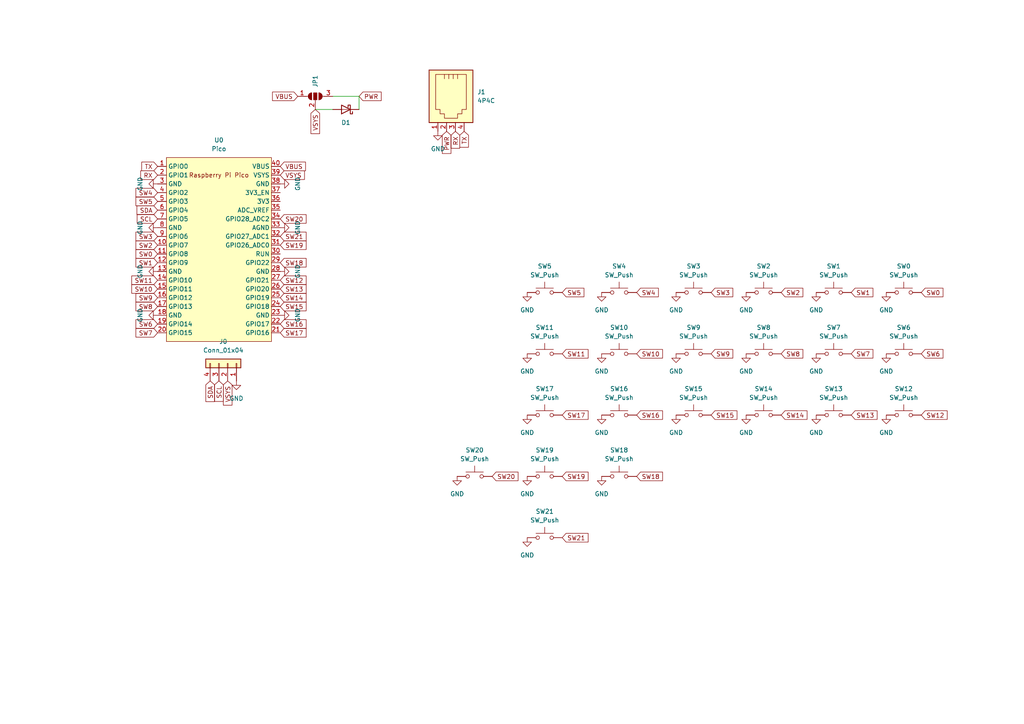
<source format=kicad_sch>
(kicad_sch (version 20211123) (generator eeschema)

  (uuid e63e39d7-6ac0-4ffd-8aa3-1841a4541b55)

  (paper "A4")

  (lib_symbols
    (symbol "Connector:4P4C" (pin_names (offset 1.016)) (in_bom yes) (on_board yes)
      (property "Reference" "J" (id 0) (at -5.08 8.89 0)
        (effects (font (size 1.27 1.27)) (justify right))
      )
      (property "Value" "4P4C" (id 1) (at 2.54 8.89 0)
        (effects (font (size 1.27 1.27)) (justify left))
      )
      (property "Footprint" "" (id 2) (at 0 1.27 90)
        (effects (font (size 1.27 1.27)) hide)
      )
      (property "Datasheet" "~" (id 3) (at 0 1.27 90)
        (effects (font (size 1.27 1.27)) hide)
      )
      (property "ki_keywords" "4P4C RJ female connector" (id 4) (at 0 0 0)
        (effects (font (size 1.27 1.27)) hide)
      )
      (property "ki_description" "RJ connector, 4P4C (4 positions 4 connected), RJ9/RJ10/RJ22" (id 5) (at 0 0 0)
        (effects (font (size 1.27 1.27)) hide)
      )
      (property "ki_fp_filters" "4P4C* RJ9* RJ10* RJ22*" (id 6) (at 0 0 0)
        (effects (font (size 1.27 1.27)) hide)
      )
      (symbol "4P4C_0_1"
        (polyline
          (pts
            (xy -6.35 -0.635)
            (xy -5.08 -0.635)
            (xy -5.08 -0.635)
          )
          (stroke (width 0) (type default) (color 0 0 0 0))
          (fill (type none))
        )
        (polyline
          (pts
            (xy -6.35 0.635)
            (xy -5.08 0.635)
            (xy -5.08 0.635)
          )
          (stroke (width 0) (type default) (color 0 0 0 0))
          (fill (type none))
        )
        (polyline
          (pts
            (xy -6.35 1.905)
            (xy -5.08 1.905)
            (xy -5.08 1.905)
          )
          (stroke (width 0) (type default) (color 0 0 0 0))
          (fill (type none))
        )
        (polyline
          (pts
            (xy -6.35 3.175)
            (xy -5.08 3.175)
            (xy -5.08 3.175)
          )
          (stroke (width 0) (type default) (color 0 0 0 0))
          (fill (type none))
        )
        (polyline
          (pts
            (xy -6.35 -3.175)
            (xy -6.35 5.715)
            (xy -1.27 5.715)
            (xy 3.81 5.715)
            (xy 3.81 4.445)
            (xy 5.08 4.445)
            (xy 5.08 3.175)
            (xy 6.35 3.175)
            (xy 6.35 -0.635)
            (xy 5.08 -0.635)
            (xy 5.08 -1.905)
            (xy 3.81 -1.905)
            (xy 3.81 -3.175)
            (xy -6.35 -3.175)
            (xy -6.35 -3.175)
          )
          (stroke (width 0) (type default) (color 0 0 0 0))
          (fill (type none))
        )
        (rectangle (start 7.62 7.62) (end -7.62 -5.08)
          (stroke (width 0.254) (type default) (color 0 0 0 0))
          (fill (type background))
        )
      )
      (symbol "4P4C_1_1"
        (pin passive line (at 10.16 -2.54 180) (length 2.54)
          (name "~" (effects (font (size 1.27 1.27))))
          (number "1" (effects (font (size 1.27 1.27))))
        )
        (pin passive line (at 10.16 0 180) (length 2.54)
          (name "~" (effects (font (size 1.27 1.27))))
          (number "2" (effects (font (size 1.27 1.27))))
        )
        (pin passive line (at 10.16 2.54 180) (length 2.54)
          (name "~" (effects (font (size 1.27 1.27))))
          (number "3" (effects (font (size 1.27 1.27))))
        )
        (pin passive line (at 10.16 5.08 180) (length 2.54)
          (name "~" (effects (font (size 1.27 1.27))))
          (number "4" (effects (font (size 1.27 1.27))))
        )
      )
    )
    (symbol "Connector_Generic:Conn_01x04" (pin_names (offset 1.016) hide) (in_bom yes) (on_board yes)
      (property "Reference" "J" (id 0) (at 0 5.08 0)
        (effects (font (size 1.27 1.27)))
      )
      (property "Value" "Conn_01x04" (id 1) (at 0 -7.62 0)
        (effects (font (size 1.27 1.27)))
      )
      (property "Footprint" "" (id 2) (at 0 0 0)
        (effects (font (size 1.27 1.27)) hide)
      )
      (property "Datasheet" "~" (id 3) (at 0 0 0)
        (effects (font (size 1.27 1.27)) hide)
      )
      (property "ki_keywords" "connector" (id 4) (at 0 0 0)
        (effects (font (size 1.27 1.27)) hide)
      )
      (property "ki_description" "Generic connector, single row, 01x04, script generated (kicad-library-utils/schlib/autogen/connector/)" (id 5) (at 0 0 0)
        (effects (font (size 1.27 1.27)) hide)
      )
      (property "ki_fp_filters" "Connector*:*_1x??_*" (id 6) (at 0 0 0)
        (effects (font (size 1.27 1.27)) hide)
      )
      (symbol "Conn_01x04_1_1"
        (rectangle (start -1.27 -4.953) (end 0 -5.207)
          (stroke (width 0.1524) (type default) (color 0 0 0 0))
          (fill (type none))
        )
        (rectangle (start -1.27 -2.413) (end 0 -2.667)
          (stroke (width 0.1524) (type default) (color 0 0 0 0))
          (fill (type none))
        )
        (rectangle (start -1.27 0.127) (end 0 -0.127)
          (stroke (width 0.1524) (type default) (color 0 0 0 0))
          (fill (type none))
        )
        (rectangle (start -1.27 2.667) (end 0 2.413)
          (stroke (width 0.1524) (type default) (color 0 0 0 0))
          (fill (type none))
        )
        (rectangle (start -1.27 3.81) (end 1.27 -6.35)
          (stroke (width 0.254) (type default) (color 0 0 0 0))
          (fill (type background))
        )
        (pin passive line (at -5.08 2.54 0) (length 3.81)
          (name "Pin_1" (effects (font (size 1.27 1.27))))
          (number "1" (effects (font (size 1.27 1.27))))
        )
        (pin passive line (at -5.08 0 0) (length 3.81)
          (name "Pin_2" (effects (font (size 1.27 1.27))))
          (number "2" (effects (font (size 1.27 1.27))))
        )
        (pin passive line (at -5.08 -2.54 0) (length 3.81)
          (name "Pin_3" (effects (font (size 1.27 1.27))))
          (number "3" (effects (font (size 1.27 1.27))))
        )
        (pin passive line (at -5.08 -5.08 0) (length 3.81)
          (name "Pin_4" (effects (font (size 1.27 1.27))))
          (number "4" (effects (font (size 1.27 1.27))))
        )
      )
    )
    (symbol "Device:D_Schottky" (pin_numbers hide) (pin_names (offset 1.016) hide) (in_bom yes) (on_board yes)
      (property "Reference" "D" (id 0) (at 0 2.54 0)
        (effects (font (size 1.27 1.27)))
      )
      (property "Value" "D_Schottky" (id 1) (at 0 -2.54 0)
        (effects (font (size 1.27 1.27)))
      )
      (property "Footprint" "" (id 2) (at 0 0 0)
        (effects (font (size 1.27 1.27)) hide)
      )
      (property "Datasheet" "~" (id 3) (at 0 0 0)
        (effects (font (size 1.27 1.27)) hide)
      )
      (property "ki_keywords" "diode Schottky" (id 4) (at 0 0 0)
        (effects (font (size 1.27 1.27)) hide)
      )
      (property "ki_description" "Schottky diode" (id 5) (at 0 0 0)
        (effects (font (size 1.27 1.27)) hide)
      )
      (property "ki_fp_filters" "TO-???* *_Diode_* *SingleDiode* D_*" (id 6) (at 0 0 0)
        (effects (font (size 1.27 1.27)) hide)
      )
      (symbol "D_Schottky_0_1"
        (polyline
          (pts
            (xy 1.27 0)
            (xy -1.27 0)
          )
          (stroke (width 0) (type default) (color 0 0 0 0))
          (fill (type none))
        )
        (polyline
          (pts
            (xy 1.27 1.27)
            (xy 1.27 -1.27)
            (xy -1.27 0)
            (xy 1.27 1.27)
          )
          (stroke (width 0.254) (type default) (color 0 0 0 0))
          (fill (type none))
        )
        (polyline
          (pts
            (xy -1.905 0.635)
            (xy -1.905 1.27)
            (xy -1.27 1.27)
            (xy -1.27 -1.27)
            (xy -0.635 -1.27)
            (xy -0.635 -0.635)
          )
          (stroke (width 0.254) (type default) (color 0 0 0 0))
          (fill (type none))
        )
      )
      (symbol "D_Schottky_1_1"
        (pin passive line (at -3.81 0 0) (length 2.54)
          (name "K" (effects (font (size 1.27 1.27))))
          (number "1" (effects (font (size 1.27 1.27))))
        )
        (pin passive line (at 3.81 0 180) (length 2.54)
          (name "A" (effects (font (size 1.27 1.27))))
          (number "2" (effects (font (size 1.27 1.27))))
        )
      )
    )
    (symbol "Jumper:SolderJumper_3_Open" (pin_names (offset 0) hide) (in_bom yes) (on_board yes)
      (property "Reference" "JP" (id 0) (at -2.54 -2.54 0)
        (effects (font (size 1.27 1.27)))
      )
      (property "Value" "SolderJumper_3_Open" (id 1) (at 0 2.794 0)
        (effects (font (size 1.27 1.27)))
      )
      (property "Footprint" "" (id 2) (at 0 0 0)
        (effects (font (size 1.27 1.27)) hide)
      )
      (property "Datasheet" "~" (id 3) (at 0 0 0)
        (effects (font (size 1.27 1.27)) hide)
      )
      (property "ki_keywords" "Solder Jumper SPDT" (id 4) (at 0 0 0)
        (effects (font (size 1.27 1.27)) hide)
      )
      (property "ki_description" "Solder Jumper, 3-pole, open" (id 5) (at 0 0 0)
        (effects (font (size 1.27 1.27)) hide)
      )
      (property "ki_fp_filters" "SolderJumper*Open*" (id 6) (at 0 0 0)
        (effects (font (size 1.27 1.27)) hide)
      )
      (symbol "SolderJumper_3_Open_0_1"
        (arc (start -1.016 1.016) (mid -2.032 0) (end -1.016 -1.016)
          (stroke (width 0) (type default) (color 0 0 0 0))
          (fill (type none))
        )
        (arc (start -1.016 1.016) (mid -2.032 0) (end -1.016 -1.016)
          (stroke (width 0) (type default) (color 0 0 0 0))
          (fill (type outline))
        )
        (rectangle (start -0.508 1.016) (end 0.508 -1.016)
          (stroke (width 0) (type default) (color 0 0 0 0))
          (fill (type outline))
        )
        (polyline
          (pts
            (xy -2.54 0)
            (xy -2.032 0)
          )
          (stroke (width 0) (type default) (color 0 0 0 0))
          (fill (type none))
        )
        (polyline
          (pts
            (xy -1.016 1.016)
            (xy -1.016 -1.016)
          )
          (stroke (width 0) (type default) (color 0 0 0 0))
          (fill (type none))
        )
        (polyline
          (pts
            (xy 0 -1.27)
            (xy 0 -1.016)
          )
          (stroke (width 0) (type default) (color 0 0 0 0))
          (fill (type none))
        )
        (polyline
          (pts
            (xy 1.016 1.016)
            (xy 1.016 -1.016)
          )
          (stroke (width 0) (type default) (color 0 0 0 0))
          (fill (type none))
        )
        (polyline
          (pts
            (xy 2.54 0)
            (xy 2.032 0)
          )
          (stroke (width 0) (type default) (color 0 0 0 0))
          (fill (type none))
        )
        (arc (start 1.016 -1.016) (mid 2.032 0) (end 1.016 1.016)
          (stroke (width 0) (type default) (color 0 0 0 0))
          (fill (type none))
        )
        (arc (start 1.016 -1.016) (mid 2.032 0) (end 1.016 1.016)
          (stroke (width 0) (type default) (color 0 0 0 0))
          (fill (type outline))
        )
      )
      (symbol "SolderJumper_3_Open_1_1"
        (pin passive line (at -5.08 0 0) (length 2.54)
          (name "A" (effects (font (size 1.27 1.27))))
          (number "1" (effects (font (size 1.27 1.27))))
        )
        (pin passive line (at 0 -3.81 90) (length 2.54)
          (name "C" (effects (font (size 1.27 1.27))))
          (number "2" (effects (font (size 1.27 1.27))))
        )
        (pin passive line (at 5.08 0 180) (length 2.54)
          (name "B" (effects (font (size 1.27 1.27))))
          (number "3" (effects (font (size 1.27 1.27))))
        )
      )
    )
    (symbol "SW_Push_1" (pin_numbers hide) (pin_names (offset 1.016) hide) (in_bom yes) (on_board yes)
      (property "Reference" "SW" (id 0) (at 1.27 2.54 0)
        (effects (font (size 1.27 1.27)) (justify left))
      )
      (property "Value" "SW_Push_1" (id 1) (at 0 -1.524 0)
        (effects (font (size 1.27 1.27)))
      )
      (property "Footprint" "" (id 2) (at 0 5.08 0)
        (effects (font (size 1.27 1.27)) hide)
      )
      (property "Datasheet" "~" (id 3) (at 0 5.08 0)
        (effects (font (size 1.27 1.27)) hide)
      )
      (property "ki_keywords" "switch normally-open pushbutton push-button" (id 4) (at 0 0 0)
        (effects (font (size 1.27 1.27)) hide)
      )
      (property "ki_description" "Push button switch, generic, two pins" (id 5) (at 0 0 0)
        (effects (font (size 1.27 1.27)) hide)
      )
      (symbol "SW_Push_1_0_1"
        (circle (center -2.032 0) (radius 0.508)
          (stroke (width 0) (type default) (color 0 0 0 0))
          (fill (type none))
        )
        (polyline
          (pts
            (xy 0 1.27)
            (xy 0 3.048)
          )
          (stroke (width 0) (type default) (color 0 0 0 0))
          (fill (type none))
        )
        (polyline
          (pts
            (xy 2.54 1.27)
            (xy -2.54 1.27)
          )
          (stroke (width 0) (type default) (color 0 0 0 0))
          (fill (type none))
        )
        (circle (center 2.032 0) (radius 0.508)
          (stroke (width 0) (type default) (color 0 0 0 0))
          (fill (type none))
        )
        (pin passive line (at -5.08 0 0) (length 2.54)
          (name "1" (effects (font (size 1.27 1.27))))
          (number "1" (effects (font (size 1.27 1.27))))
        )
        (pin passive line (at 5.08 0 180) (length 2.54)
          (name "2" (effects (font (size 1.27 1.27))))
          (number "2" (effects (font (size 1.27 1.27))))
        )
      )
    )
    (symbol "Switch:SW_Push" (pin_numbers hide) (pin_names (offset 1.016) hide) (in_bom yes) (on_board yes)
      (property "Reference" "SW" (id 0) (at 1.27 2.54 0)
        (effects (font (size 1.27 1.27)) (justify left))
      )
      (property "Value" "SW_Push" (id 1) (at 0 -1.524 0)
        (effects (font (size 1.27 1.27)))
      )
      (property "Footprint" "" (id 2) (at 0 5.08 0)
        (effects (font (size 1.27 1.27)) hide)
      )
      (property "Datasheet" "~" (id 3) (at 0 5.08 0)
        (effects (font (size 1.27 1.27)) hide)
      )
      (property "ki_keywords" "switch normally-open pushbutton push-button" (id 4) (at 0 0 0)
        (effects (font (size 1.27 1.27)) hide)
      )
      (property "ki_description" "Push button switch, generic, two pins" (id 5) (at 0 0 0)
        (effects (font (size 1.27 1.27)) hide)
      )
      (symbol "SW_Push_0_1"
        (circle (center -2.032 0) (radius 0.508)
          (stroke (width 0) (type default) (color 0 0 0 0))
          (fill (type none))
        )
        (polyline
          (pts
            (xy 0 1.27)
            (xy 0 3.048)
          )
          (stroke (width 0) (type default) (color 0 0 0 0))
          (fill (type none))
        )
        (polyline
          (pts
            (xy 2.54 1.27)
            (xy -2.54 1.27)
          )
          (stroke (width 0) (type default) (color 0 0 0 0))
          (fill (type none))
        )
        (circle (center 2.032 0) (radius 0.508)
          (stroke (width 0) (type default) (color 0 0 0 0))
          (fill (type none))
        )
        (pin passive line (at -5.08 0 0) (length 2.54)
          (name "1" (effects (font (size 1.27 1.27))))
          (number "1" (effects (font (size 1.27 1.27))))
        )
        (pin passive line (at 5.08 0 180) (length 2.54)
          (name "2" (effects (font (size 1.27 1.27))))
          (number "2" (effects (font (size 1.27 1.27))))
        )
      )
    )
    (symbol "pico:Pico" (in_bom yes) (on_board yes)
      (property "Reference" "U0" (id 0) (at 0 31.75 0)
        (effects (font (size 1.27 1.27)))
      )
      (property "Value" "Pico" (id 1) (at 0 29.21 0)
        (effects (font (size 1.27 1.27)))
      )
      (property "Footprint" "custom_fp:RPi_Pico_TH" (id 2) (at 0 0 90)
        (effects (font (size 1.27 1.27)) hide)
      )
      (property "Datasheet" "" (id 3) (at 0 0 0)
        (effects (font (size 1.27 1.27)) hide)
      )
      (symbol "Pico_0_0"
        (text "Raspberry Pi Pico" (at 0 21.59 0)
          (effects (font (size 1.27 1.27)))
        )
      )
      (symbol "Pico_0_1"
        (rectangle (start -15.24 26.67) (end 15.24 -26.67)
          (stroke (width 0) (type default) (color 0 0 0 0))
          (fill (type background))
        )
      )
      (symbol "Pico_1_1"
        (pin bidirectional line (at -17.78 24.13 0) (length 2.54)
          (name "GPIO0" (effects (font (size 1.27 1.27))))
          (number "1" (effects (font (size 1.27 1.27))))
        )
        (pin bidirectional line (at -17.78 1.27 0) (length 2.54)
          (name "GPIO7" (effects (font (size 1.27 1.27))))
          (number "10" (effects (font (size 1.27 1.27))))
        )
        (pin bidirectional line (at -17.78 -1.27 0) (length 2.54)
          (name "GPIO8" (effects (font (size 1.27 1.27))))
          (number "11" (effects (font (size 1.27 1.27))))
        )
        (pin bidirectional line (at -17.78 -3.81 0) (length 2.54)
          (name "GPIO9" (effects (font (size 1.27 1.27))))
          (number "12" (effects (font (size 1.27 1.27))))
        )
        (pin power_in line (at -17.78 -6.35 0) (length 2.54)
          (name "GND" (effects (font (size 1.27 1.27))))
          (number "13" (effects (font (size 1.27 1.27))))
        )
        (pin bidirectional line (at -17.78 -8.89 0) (length 2.54)
          (name "GPIO10" (effects (font (size 1.27 1.27))))
          (number "14" (effects (font (size 1.27 1.27))))
        )
        (pin bidirectional line (at -17.78 -11.43 0) (length 2.54)
          (name "GPIO11" (effects (font (size 1.27 1.27))))
          (number "15" (effects (font (size 1.27 1.27))))
        )
        (pin bidirectional line (at -17.78 -13.97 0) (length 2.54)
          (name "GPIO12" (effects (font (size 1.27 1.27))))
          (number "16" (effects (font (size 1.27 1.27))))
        )
        (pin bidirectional line (at -17.78 -16.51 0) (length 2.54)
          (name "GPIO13" (effects (font (size 1.27 1.27))))
          (number "17" (effects (font (size 1.27 1.27))))
        )
        (pin power_in line (at -17.78 -19.05 0) (length 2.54)
          (name "GND" (effects (font (size 1.27 1.27))))
          (number "18" (effects (font (size 1.27 1.27))))
        )
        (pin bidirectional line (at -17.78 -21.59 0) (length 2.54)
          (name "GPIO14" (effects (font (size 1.27 1.27))))
          (number "19" (effects (font (size 1.27 1.27))))
        )
        (pin bidirectional line (at -17.78 21.59 0) (length 2.54)
          (name "GPIO1" (effects (font (size 1.27 1.27))))
          (number "2" (effects (font (size 1.27 1.27))))
        )
        (pin bidirectional line (at -17.78 -24.13 0) (length 2.54)
          (name "GPIO15" (effects (font (size 1.27 1.27))))
          (number "20" (effects (font (size 1.27 1.27))))
        )
        (pin bidirectional line (at 17.78 -24.13 180) (length 2.54)
          (name "GPIO16" (effects (font (size 1.27 1.27))))
          (number "21" (effects (font (size 1.27 1.27))))
        )
        (pin bidirectional line (at 17.78 -21.59 180) (length 2.54)
          (name "GPIO17" (effects (font (size 1.27 1.27))))
          (number "22" (effects (font (size 1.27 1.27))))
        )
        (pin power_in line (at 17.78 -19.05 180) (length 2.54)
          (name "GND" (effects (font (size 1.27 1.27))))
          (number "23" (effects (font (size 1.27 1.27))))
        )
        (pin bidirectional line (at 17.78 -16.51 180) (length 2.54)
          (name "GPIO18" (effects (font (size 1.27 1.27))))
          (number "24" (effects (font (size 1.27 1.27))))
        )
        (pin bidirectional line (at 17.78 -13.97 180) (length 2.54)
          (name "GPIO19" (effects (font (size 1.27 1.27))))
          (number "25" (effects (font (size 1.27 1.27))))
        )
        (pin bidirectional line (at 17.78 -11.43 180) (length 2.54)
          (name "GPIO20" (effects (font (size 1.27 1.27))))
          (number "26" (effects (font (size 1.27 1.27))))
        )
        (pin bidirectional line (at 17.78 -8.89 180) (length 2.54)
          (name "GPIO21" (effects (font (size 1.27 1.27))))
          (number "27" (effects (font (size 1.27 1.27))))
        )
        (pin power_in line (at 17.78 -6.35 180) (length 2.54)
          (name "GND" (effects (font (size 1.27 1.27))))
          (number "28" (effects (font (size 1.27 1.27))))
        )
        (pin bidirectional line (at 17.78 -3.81 180) (length 2.54)
          (name "GPIO22" (effects (font (size 1.27 1.27))))
          (number "29" (effects (font (size 1.27 1.27))))
        )
        (pin power_in line (at -17.78 19.05 0) (length 2.54)
          (name "GND" (effects (font (size 1.27 1.27))))
          (number "3" (effects (font (size 1.27 1.27))))
        )
        (pin input line (at 17.78 -1.27 180) (length 2.54)
          (name "RUN" (effects (font (size 1.27 1.27))))
          (number "30" (effects (font (size 1.27 1.27))))
        )
        (pin bidirectional line (at 17.78 1.27 180) (length 2.54)
          (name "GPIO26_ADC0" (effects (font (size 1.27 1.27))))
          (number "31" (effects (font (size 1.27 1.27))))
        )
        (pin bidirectional line (at 17.78 3.81 180) (length 2.54)
          (name "GPIO27_ADC1" (effects (font (size 1.27 1.27))))
          (number "32" (effects (font (size 1.27 1.27))))
        )
        (pin power_in line (at 17.78 6.35 180) (length 2.54)
          (name "AGND" (effects (font (size 1.27 1.27))))
          (number "33" (effects (font (size 1.27 1.27))))
        )
        (pin bidirectional line (at 17.78 8.89 180) (length 2.54)
          (name "GPIO28_ADC2" (effects (font (size 1.27 1.27))))
          (number "34" (effects (font (size 1.27 1.27))))
        )
        (pin power_in line (at 17.78 11.43 180) (length 2.54)
          (name "ADC_VREF" (effects (font (size 1.27 1.27))))
          (number "35" (effects (font (size 1.27 1.27))))
        )
        (pin power_in line (at 17.78 13.97 180) (length 2.54)
          (name "3V3" (effects (font (size 1.27 1.27))))
          (number "36" (effects (font (size 1.27 1.27))))
        )
        (pin input line (at 17.78 16.51 180) (length 2.54)
          (name "3V3_EN" (effects (font (size 1.27 1.27))))
          (number "37" (effects (font (size 1.27 1.27))))
        )
        (pin bidirectional line (at 17.78 19.05 180) (length 2.54)
          (name "GND" (effects (font (size 1.27 1.27))))
          (number "38" (effects (font (size 1.27 1.27))))
        )
        (pin power_in line (at 17.78 21.59 180) (length 2.54)
          (name "VSYS" (effects (font (size 1.27 1.27))))
          (number "39" (effects (font (size 1.27 1.27))))
        )
        (pin bidirectional line (at -17.78 16.51 0) (length 2.54)
          (name "GPIO2" (effects (font (size 1.27 1.27))))
          (number "4" (effects (font (size 1.27 1.27))))
        )
        (pin power_in line (at 17.78 24.13 180) (length 2.54)
          (name "VBUS" (effects (font (size 1.27 1.27))))
          (number "40" (effects (font (size 1.27 1.27))))
        )
        (pin bidirectional line (at -17.78 13.97 0) (length 2.54)
          (name "GPIO3" (effects (font (size 1.27 1.27))))
          (number "5" (effects (font (size 1.27 1.27))))
        )
        (pin bidirectional line (at -17.78 11.43 0) (length 2.54)
          (name "GPIO4" (effects (font (size 1.27 1.27))))
          (number "6" (effects (font (size 1.27 1.27))))
        )
        (pin bidirectional line (at -17.78 8.89 0) (length 2.54)
          (name "GPIO5" (effects (font (size 1.27 1.27))))
          (number "7" (effects (font (size 1.27 1.27))))
        )
        (pin power_in line (at -17.78 6.35 0) (length 2.54)
          (name "GND" (effects (font (size 1.27 1.27))))
          (number "8" (effects (font (size 1.27 1.27))))
        )
        (pin bidirectional line (at -17.78 3.81 0) (length 2.54)
          (name "GPIO6" (effects (font (size 1.27 1.27))))
          (number "9" (effects (font (size 1.27 1.27))))
        )
      )
    )
    (symbol "power:GND" (power) (pin_names (offset 0)) (in_bom yes) (on_board yes)
      (property "Reference" "#PWR" (id 0) (at 0 -6.35 0)
        (effects (font (size 1.27 1.27)) hide)
      )
      (property "Value" "GND" (id 1) (at 0 -3.81 0)
        (effects (font (size 1.27 1.27)))
      )
      (property "Footprint" "" (id 2) (at 0 0 0)
        (effects (font (size 1.27 1.27)) hide)
      )
      (property "Datasheet" "" (id 3) (at 0 0 0)
        (effects (font (size 1.27 1.27)) hide)
      )
      (property "ki_keywords" "power-flag" (id 4) (at 0 0 0)
        (effects (font (size 1.27 1.27)) hide)
      )
      (property "ki_description" "Power symbol creates a global label with name \"GND\" , ground" (id 5) (at 0 0 0)
        (effects (font (size 1.27 1.27)) hide)
      )
      (symbol "GND_0_1"
        (polyline
          (pts
            (xy 0 0)
            (xy 0 -1.27)
            (xy 1.27 -1.27)
            (xy 0 -2.54)
            (xy -1.27 -1.27)
            (xy 0 -1.27)
          )
          (stroke (width 0) (type default) (color 0 0 0 0))
          (fill (type none))
        )
      )
      (symbol "GND_1_1"
        (pin power_in line (at 0 0 270) (length 0) hide
          (name "GND" (effects (font (size 1.27 1.27))))
          (number "1" (effects (font (size 1.27 1.27))))
        )
      )
    )
  )


  (wire (pts (xy 104.14 27.94) (xy 104.14 31.75))
    (stroke (width 0) (type default) (color 0 0 0 0))
    (uuid 09ab9b2a-26ef-4942-ba61-f8a6673867aa)
  )
  (wire (pts (xy 91.44 31.75) (xy 96.52 31.75))
    (stroke (width 0) (type default) (color 0 0 0 0))
    (uuid 4cd38139-85d8-4bb0-8ec5-44fb4adb00fa)
  )
  (wire (pts (xy 96.52 27.94) (xy 104.14 27.94))
    (stroke (width 0) (type default) (color 0 0 0 0))
    (uuid ff355897-ead3-4120-8dcb-1bb00ca0370c)
  )

  (global_label "SW11" (shape input) (at 45.72 81.28 180) (fields_autoplaced)
    (effects (font (size 1.27 1.27)) (justify right))
    (uuid 0032ecd9-e021-4767-87ea-dbe98fc775d3)
    (property "Intersheet References" "${INTERSHEET_REFS}" (id 0) (at 38.2269 81.2006 0)
      (effects (font (size 1.27 1.27)) (justify right) hide)
    )
  )
  (global_label "SCL" (shape input) (at 63.5 110.49 270) (fields_autoplaced)
    (effects (font (size 1.27 1.27)) (justify right))
    (uuid 07d9277d-a791-4686-b17e-f5bf910360ea)
    (property "Intersheet References" "${INTERSHEET_REFS}" (id 0) (at 63.4206 116.4107 90)
      (effects (font (size 1.27 1.27)) (justify right) hide)
    )
  )
  (global_label "SW0" (shape input) (at 267.208 84.836 0) (fields_autoplaced)
    (effects (font (size 1.27 1.27)) (justify left))
    (uuid 0dc2c787-aa06-4c55-bb3c-43df5a6365ef)
    (property "Intersheet References" "${INTERSHEET_REFS}" (id 0) (at 273.4916 84.7566 0)
      (effects (font (size 1.27 1.27)) (justify left) hide)
    )
  )
  (global_label "SW17" (shape input) (at 81.28 96.52 0) (fields_autoplaced)
    (effects (font (size 1.27 1.27)) (justify left))
    (uuid 1531f0ea-d8ca-41ab-aa99-1c5f2bb42f27)
    (property "Intersheet References" "${INTERSHEET_REFS}" (id 0) (at 88.7731 96.4406 0)
      (effects (font (size 1.27 1.27)) (justify left) hide)
    )
  )
  (global_label "SW17" (shape input) (at 163.068 120.396 0) (fields_autoplaced)
    (effects (font (size 1.27 1.27)) (justify left))
    (uuid 1c326faa-dfcc-493f-905f-5a9207009905)
    (property "Intersheet References" "${INTERSHEET_REFS}" (id 0) (at 170.5611 120.3166 0)
      (effects (font (size 1.27 1.27)) (justify left) hide)
    )
  )
  (global_label "SW12" (shape input) (at 267.208 120.396 0) (fields_autoplaced)
    (effects (font (size 1.27 1.27)) (justify left))
    (uuid 21cf8a36-4315-4059-8f5e-eee364cffff8)
    (property "Intersheet References" "${INTERSHEET_REFS}" (id 0) (at 274.7011 120.3166 0)
      (effects (font (size 1.27 1.27)) (justify left) hide)
    )
  )
  (global_label "SW6" (shape input) (at 267.208 102.616 0) (fields_autoplaced)
    (effects (font (size 1.27 1.27)) (justify left))
    (uuid 221842dd-879e-47e7-ac21-cc328e09cd50)
    (property "Intersheet References" "${INTERSHEET_REFS}" (id 0) (at 273.4916 102.5366 0)
      (effects (font (size 1.27 1.27)) (justify left) hide)
    )
  )
  (global_label "SW3" (shape input) (at 45.72 68.58 180) (fields_autoplaced)
    (effects (font (size 1.27 1.27)) (justify right))
    (uuid 2407c409-b61c-4a95-b56b-bc7e738bf99c)
    (property "Intersheet References" "${INTERSHEET_REFS}" (id 0) (at 39.4364 68.5006 0)
      (effects (font (size 1.27 1.27)) (justify right) hide)
    )
  )
  (global_label "SW20" (shape input) (at 142.748 138.176 0) (fields_autoplaced)
    (effects (font (size 1.27 1.27)) (justify left))
    (uuid 2677bd75-5f41-458c-be5e-32eeeb3e769b)
    (property "Intersheet References" "${INTERSHEET_REFS}" (id 0) (at 150.2411 138.0966 0)
      (effects (font (size 1.27 1.27)) (justify left) hide)
    )
  )
  (global_label "SW2" (shape input) (at 45.72 71.12 180) (fields_autoplaced)
    (effects (font (size 1.27 1.27)) (justify right))
    (uuid 2c0fd61e-662f-440d-b584-082136386860)
    (property "Intersheet References" "${INTERSHEET_REFS}" (id 0) (at 39.4364 71.0406 0)
      (effects (font (size 1.27 1.27)) (justify right) hide)
    )
  )
  (global_label "SW18" (shape input) (at 81.28 76.2 0) (fields_autoplaced)
    (effects (font (size 1.27 1.27)) (justify left))
    (uuid 30d0e2a2-96f3-40e2-84b2-78219e386ac2)
    (property "Intersheet References" "${INTERSHEET_REFS}" (id 0) (at 88.7731 76.1206 0)
      (effects (font (size 1.27 1.27)) (justify left) hide)
    )
  )
  (global_label "SW6" (shape input) (at 45.72 93.98 180) (fields_autoplaced)
    (effects (font (size 1.27 1.27)) (justify right))
    (uuid 34524f77-23af-48b3-9815-3fa654a2ee4f)
    (property "Intersheet References" "${INTERSHEET_REFS}" (id 0) (at 39.4364 93.9006 0)
      (effects (font (size 1.27 1.27)) (justify right) hide)
    )
  )
  (global_label "SW0" (shape input) (at 45.72 73.66 180) (fields_autoplaced)
    (effects (font (size 1.27 1.27)) (justify right))
    (uuid 345bc4b6-fe5b-40ae-b242-013f3006c028)
    (property "Intersheet References" "${INTERSHEET_REFS}" (id 0) (at 39.4364 73.5806 0)
      (effects (font (size 1.27 1.27)) (justify right) hide)
    )
  )
  (global_label "SW19" (shape input) (at 163.068 138.176 0) (fields_autoplaced)
    (effects (font (size 1.27 1.27)) (justify left))
    (uuid 39d891a0-beef-47bd-807e-531f68523ac9)
    (property "Intersheet References" "${INTERSHEET_REFS}" (id 0) (at 170.5611 138.0966 0)
      (effects (font (size 1.27 1.27)) (justify left) hide)
    )
  )
  (global_label "SW5" (shape input) (at 45.72 58.42 180) (fields_autoplaced)
    (effects (font (size 1.27 1.27)) (justify right))
    (uuid 3c811405-f5e1-448d-b8b8-eef19b0ae5a8)
    (property "Intersheet References" "${INTERSHEET_REFS}" (id 0) (at 39.4364 58.3406 0)
      (effects (font (size 1.27 1.27)) (justify right) hide)
    )
  )
  (global_label "VSYS" (shape input) (at 66.04 110.49 270) (fields_autoplaced)
    (effects (font (size 1.27 1.27)) (justify right))
    (uuid 42770697-efd8-47a4-998a-d1be32b61634)
    (property "Intersheet References" "${INTERSHEET_REFS}" (id 0) (at 66.1194 117.4993 90)
      (effects (font (size 1.27 1.27)) (justify left) hide)
    )
  )
  (global_label "SW9" (shape input) (at 45.72 86.36 180) (fields_autoplaced)
    (effects (font (size 1.27 1.27)) (justify right))
    (uuid 43f44b89-798b-4437-8380-9d6bd5e18cfc)
    (property "Intersheet References" "${INTERSHEET_REFS}" (id 0) (at 39.4364 86.2806 0)
      (effects (font (size 1.27 1.27)) (justify right) hide)
    )
  )
  (global_label "VSYS" (shape input) (at 81.28 50.8 0) (fields_autoplaced)
    (effects (font (size 1.27 1.27)) (justify left))
    (uuid 4713b701-0d77-40e8-8184-3a11f9df2324)
    (property "Intersheet References" "${INTERSHEET_REFS}" (id 0) (at 88.2893 50.7206 0)
      (effects (font (size 1.27 1.27)) (justify left) hide)
    )
  )
  (global_label "SW4" (shape input) (at 45.72 55.88 180) (fields_autoplaced)
    (effects (font (size 1.27 1.27)) (justify right))
    (uuid 49493699-fca6-47c0-b108-49ae5dd8d09a)
    (property "Intersheet References" "${INTERSHEET_REFS}" (id 0) (at 39.4364 55.8006 0)
      (effects (font (size 1.27 1.27)) (justify right) hide)
    )
  )
  (global_label "SW20" (shape input) (at 81.28 63.5 0) (fields_autoplaced)
    (effects (font (size 1.27 1.27)) (justify left))
    (uuid 49d6315d-88bd-4a10-b26d-5e69399e42f4)
    (property "Intersheet References" "${INTERSHEET_REFS}" (id 0) (at 88.7731 63.4206 0)
      (effects (font (size 1.27 1.27)) (justify left) hide)
    )
  )
  (global_label "TX" (shape input) (at 134.62 38.1 270) (fields_autoplaced)
    (effects (font (size 1.27 1.27)) (justify right))
    (uuid 4f835492-5c8f-4114-a8df-5aab5ea76e03)
    (property "Intersheet References" "${INTERSHEET_REFS}" (id 0) (at 134.5406 42.6902 90)
      (effects (font (size 1.27 1.27)) (justify right) hide)
    )
  )
  (global_label "SW12" (shape input) (at 81.28 81.28 0) (fields_autoplaced)
    (effects (font (size 1.27 1.27)) (justify left))
    (uuid 5434a8f0-8a0b-4df7-808a-1c3fd519e2c1)
    (property "Intersheet References" "${INTERSHEET_REFS}" (id 0) (at 88.7731 81.2006 0)
      (effects (font (size 1.27 1.27)) (justify left) hide)
    )
  )
  (global_label "SW1" (shape input) (at 45.72 76.2 180) (fields_autoplaced)
    (effects (font (size 1.27 1.27)) (justify right))
    (uuid 5723b045-630c-46a2-bc8d-10d9dd09238b)
    (property "Intersheet References" "${INTERSHEET_REFS}" (id 0) (at 39.4364 76.1206 0)
      (effects (font (size 1.27 1.27)) (justify right) hide)
    )
  )
  (global_label "SW14" (shape input) (at 81.28 86.36 0) (fields_autoplaced)
    (effects (font (size 1.27 1.27)) (justify left))
    (uuid 606e90da-1e98-4e44-80b8-8cad649145fc)
    (property "Intersheet References" "${INTERSHEET_REFS}" (id 0) (at 88.7731 86.2806 0)
      (effects (font (size 1.27 1.27)) (justify left) hide)
    )
  )
  (global_label "SW11" (shape input) (at 163.068 102.616 0) (fields_autoplaced)
    (effects (font (size 1.27 1.27)) (justify left))
    (uuid 679bdf14-f317-422d-a1ef-fe7a4f76d768)
    (property "Intersheet References" "${INTERSHEET_REFS}" (id 0) (at 170.5611 102.5366 0)
      (effects (font (size 1.27 1.27)) (justify left) hide)
    )
  )
  (global_label "SW18" (shape input) (at 184.658 138.176 0) (fields_autoplaced)
    (effects (font (size 1.27 1.27)) (justify left))
    (uuid 69d7afbe-f6f4-47a3-9c3d-5d8070bd5d10)
    (property "Intersheet References" "${INTERSHEET_REFS}" (id 0) (at 192.1511 138.0966 0)
      (effects (font (size 1.27 1.27)) (justify left) hide)
    )
  )
  (global_label "VBUS" (shape input) (at 86.36 27.94 180) (fields_autoplaced)
    (effects (font (size 1.27 1.27)) (justify right))
    (uuid 6ae74015-156b-4b08-b0b7-49ff17fb760f)
    (property "Intersheet References" "${INTERSHEET_REFS}" (id 0) (at 79.0483 28.0194 0)
      (effects (font (size 1.27 1.27)) (justify left) hide)
    )
  )
  (global_label "SW8" (shape input) (at 45.72 88.9 180) (fields_autoplaced)
    (effects (font (size 1.27 1.27)) (justify right))
    (uuid 6bea8304-daa5-42fb-bf3a-4d45d50410df)
    (property "Intersheet References" "${INTERSHEET_REFS}" (id 0) (at 39.4364 88.8206 0)
      (effects (font (size 1.27 1.27)) (justify right) hide)
    )
  )
  (global_label "SW10" (shape input) (at 45.72 83.82 180) (fields_autoplaced)
    (effects (font (size 1.27 1.27)) (justify right))
    (uuid 6f1c428c-688e-4cb2-b032-cf438d264ffc)
    (property "Intersheet References" "${INTERSHEET_REFS}" (id 0) (at 38.2269 83.7406 0)
      (effects (font (size 1.27 1.27)) (justify right) hide)
    )
  )
  (global_label "SW9" (shape input) (at 206.248 102.616 0) (fields_autoplaced)
    (effects (font (size 1.27 1.27)) (justify left))
    (uuid 7c4b7d77-c40a-4911-a41b-ae64f912bffe)
    (property "Intersheet References" "${INTERSHEET_REFS}" (id 0) (at 212.5316 102.5366 0)
      (effects (font (size 1.27 1.27)) (justify left) hide)
    )
  )
  (global_label "RX" (shape input) (at 45.72 50.8 180) (fields_autoplaced)
    (effects (font (size 1.27 1.27)) (justify right))
    (uuid 7d3ce60b-0fbc-4d1c-8ad6-57910cd4368e)
    (property "Intersheet References" "${INTERSHEET_REFS}" (id 0) (at 40.8274 50.7206 0)
      (effects (font (size 1.27 1.27)) (justify right) hide)
    )
  )
  (global_label "SW3" (shape input) (at 206.248 84.836 0) (fields_autoplaced)
    (effects (font (size 1.27 1.27)) (justify left))
    (uuid 815f7472-40cd-4f69-ab40-4bda3103e3c4)
    (property "Intersheet References" "${INTERSHEET_REFS}" (id 0) (at 212.5316 84.7566 0)
      (effects (font (size 1.27 1.27)) (justify left) hide)
    )
  )
  (global_label "SW15" (shape input) (at 81.28 88.9 0) (fields_autoplaced)
    (effects (font (size 1.27 1.27)) (justify left))
    (uuid 866b499a-853a-4cf5-8399-1a73cbeacfa5)
    (property "Intersheet References" "${INTERSHEET_REFS}" (id 0) (at 88.7731 88.8206 0)
      (effects (font (size 1.27 1.27)) (justify left) hide)
    )
  )
  (global_label "SW15" (shape input) (at 206.248 120.396 0) (fields_autoplaced)
    (effects (font (size 1.27 1.27)) (justify left))
    (uuid 8b2200d1-b3fc-4910-92ee-accb9fc3a7ca)
    (property "Intersheet References" "${INTERSHEET_REFS}" (id 0) (at 213.7411 120.3166 0)
      (effects (font (size 1.27 1.27)) (justify left) hide)
    )
  )
  (global_label "SW1" (shape input) (at 246.888 84.836 0) (fields_autoplaced)
    (effects (font (size 1.27 1.27)) (justify left))
    (uuid 8cebf7af-59db-40a1-88df-8bf2222163c2)
    (property "Intersheet References" "${INTERSHEET_REFS}" (id 0) (at 253.1716 84.7566 0)
      (effects (font (size 1.27 1.27)) (justify left) hide)
    )
  )
  (global_label "SW19" (shape input) (at 81.28 71.12 0) (fields_autoplaced)
    (effects (font (size 1.27 1.27)) (justify left))
    (uuid 9947c51e-17a3-495c-a132-644c064e758b)
    (property "Intersheet References" "${INTERSHEET_REFS}" (id 0) (at 88.7731 71.0406 0)
      (effects (font (size 1.27 1.27)) (justify left) hide)
    )
  )
  (global_label "RX" (shape input) (at 132.08 38.1 270) (fields_autoplaced)
    (effects (font (size 1.27 1.27)) (justify right))
    (uuid 995d81bc-5551-4afe-b046-d33477589249)
    (property "Intersheet References" "${INTERSHEET_REFS}" (id 0) (at 132.0006 42.9926 90)
      (effects (font (size 1.27 1.27)) (justify right) hide)
    )
  )
  (global_label "SW5" (shape input) (at 163.068 84.836 0) (fields_autoplaced)
    (effects (font (size 1.27 1.27)) (justify left))
    (uuid 9a8c9765-98d3-49c8-a7c6-b5bd5327a27e)
    (property "Intersheet References" "${INTERSHEET_REFS}" (id 0) (at 169.3516 84.7566 0)
      (effects (font (size 1.27 1.27)) (justify left) hide)
    )
  )
  (global_label "SW16" (shape input) (at 184.658 120.396 0) (fields_autoplaced)
    (effects (font (size 1.27 1.27)) (justify left))
    (uuid 9e8a2450-bf03-480e-aaf4-26912af1d6f8)
    (property "Intersheet References" "${INTERSHEET_REFS}" (id 0) (at 192.1511 120.3166 0)
      (effects (font (size 1.27 1.27)) (justify left) hide)
    )
  )
  (global_label "SW8" (shape input) (at 226.568 102.616 0) (fields_autoplaced)
    (effects (font (size 1.27 1.27)) (justify left))
    (uuid a216bb24-59ef-4891-b0b9-7326f1609a4c)
    (property "Intersheet References" "${INTERSHEET_REFS}" (id 0) (at 232.8516 102.5366 0)
      (effects (font (size 1.27 1.27)) (justify left) hide)
    )
  )
  (global_label "SW13" (shape input) (at 81.28 83.82 0) (fields_autoplaced)
    (effects (font (size 1.27 1.27)) (justify left))
    (uuid a679dd55-d4a9-4c7a-962a-09f89d6d9c64)
    (property "Intersheet References" "${INTERSHEET_REFS}" (id 0) (at 88.7731 83.7406 0)
      (effects (font (size 1.27 1.27)) (justify left) hide)
    )
  )
  (global_label "VBUS" (shape input) (at 81.28 48.26 0) (fields_autoplaced)
    (effects (font (size 1.27 1.27)) (justify left))
    (uuid a7e7a44c-68d8-4576-a798-ee1db6824dc3)
    (property "Intersheet References" "${INTERSHEET_REFS}" (id 0) (at 88.5917 48.1806 0)
      (effects (font (size 1.27 1.27)) (justify left) hide)
    )
  )
  (global_label "SW7" (shape input) (at 246.888 102.616 0) (fields_autoplaced)
    (effects (font (size 1.27 1.27)) (justify left))
    (uuid a9fc1e59-c033-4583-9920-b6179993622e)
    (property "Intersheet References" "${INTERSHEET_REFS}" (id 0) (at 253.1716 102.5366 0)
      (effects (font (size 1.27 1.27)) (justify left) hide)
    )
  )
  (global_label "SW7" (shape input) (at 45.72 96.52 180) (fields_autoplaced)
    (effects (font (size 1.27 1.27)) (justify right))
    (uuid aa20df50-f64b-4858-8a3c-bf15bf8156e3)
    (property "Intersheet References" "${INTERSHEET_REFS}" (id 0) (at 39.4364 96.4406 0)
      (effects (font (size 1.27 1.27)) (justify right) hide)
    )
  )
  (global_label "SW10" (shape input) (at 184.658 102.616 0) (fields_autoplaced)
    (effects (font (size 1.27 1.27)) (justify left))
    (uuid ac32a33c-6eea-4f2e-a517-0fdd2c4cfd6f)
    (property "Intersheet References" "${INTERSHEET_REFS}" (id 0) (at 192.1511 102.5366 0)
      (effects (font (size 1.27 1.27)) (justify left) hide)
    )
  )
  (global_label "SW2" (shape input) (at 226.568 84.836 0) (fields_autoplaced)
    (effects (font (size 1.27 1.27)) (justify left))
    (uuid b0a6fb7c-ab1b-4fb7-9913-d98b537af53d)
    (property "Intersheet References" "${INTERSHEET_REFS}" (id 0) (at 232.8516 84.7566 0)
      (effects (font (size 1.27 1.27)) (justify left) hide)
    )
  )
  (global_label "SCL" (shape input) (at 45.72 63.5 180) (fields_autoplaced)
    (effects (font (size 1.27 1.27)) (justify right))
    (uuid ba0c664c-db78-4fcd-969f-a3b74de952ac)
    (property "Intersheet References" "${INTERSHEET_REFS}" (id 0) (at 39.7993 63.4206 0)
      (effects (font (size 1.27 1.27)) (justify right) hide)
    )
  )
  (global_label "SW16" (shape input) (at 81.28 93.98 0) (fields_autoplaced)
    (effects (font (size 1.27 1.27)) (justify left))
    (uuid bbe03adb-e0ee-497a-a779-a34f2912c45f)
    (property "Intersheet References" "${INTERSHEET_REFS}" (id 0) (at 88.7731 93.9006 0)
      (effects (font (size 1.27 1.27)) (justify left) hide)
    )
  )
  (global_label "TX" (shape input) (at 45.72 48.26 180) (fields_autoplaced)
    (effects (font (size 1.27 1.27)) (justify right))
    (uuid bc012082-7989-462f-b827-fd48cc626f84)
    (property "Intersheet References" "${INTERSHEET_REFS}" (id 0) (at 41.1298 48.1806 0)
      (effects (font (size 1.27 1.27)) (justify right) hide)
    )
  )
  (global_label "SDA" (shape input) (at 60.96 110.49 270) (fields_autoplaced)
    (effects (font (size 1.27 1.27)) (justify right))
    (uuid be801785-9952-4055-b618-c119c70612ca)
    (property "Intersheet References" "${INTERSHEET_REFS}" (id 0) (at 60.8806 116.4712 90)
      (effects (font (size 1.27 1.27)) (justify right) hide)
    )
  )
  (global_label "VSYS" (shape input) (at 91.44 31.75 270) (fields_autoplaced)
    (effects (font (size 1.27 1.27)) (justify right))
    (uuid c221eefe-1cf5-48d5-b941-f08de75c2fe3)
    (property "Intersheet References" "${INTERSHEET_REFS}" (id 0) (at 91.5194 38.7593 90)
      (effects (font (size 1.27 1.27)) (justify left) hide)
    )
  )
  (global_label "SW21" (shape input) (at 81.28 68.58 0) (fields_autoplaced)
    (effects (font (size 1.27 1.27)) (justify left))
    (uuid d1465ddb-fd75-49b1-8e0f-f1dff5e2d580)
    (property "Intersheet References" "${INTERSHEET_REFS}" (id 0) (at 88.7731 68.5006 0)
      (effects (font (size 1.27 1.27)) (justify left) hide)
    )
  )
  (global_label "SW4" (shape input) (at 184.658 84.836 0) (fields_autoplaced)
    (effects (font (size 1.27 1.27)) (justify left))
    (uuid d3ac80f4-b192-46d6-9651-d202d83ed776)
    (property "Intersheet References" "${INTERSHEET_REFS}" (id 0) (at 190.9416 84.7566 0)
      (effects (font (size 1.27 1.27)) (justify left) hide)
    )
  )
  (global_label "SDA" (shape input) (at 45.72 60.96 180) (fields_autoplaced)
    (effects (font (size 1.27 1.27)) (justify right))
    (uuid d5ad87d3-c9db-43d7-bda6-52af0f9875f7)
    (property "Intersheet References" "${INTERSHEET_REFS}" (id 0) (at 39.7388 60.8806 0)
      (effects (font (size 1.27 1.27)) (justify right) hide)
    )
  )
  (global_label "PWR" (shape input) (at 104.14 27.94 0) (fields_autoplaced)
    (effects (font (size 1.27 1.27)) (justify left))
    (uuid de589fca-e528-4d9d-88c3-9fb59d406d80)
    (property "Intersheet References" "${INTERSHEET_REFS}" (id 0) (at 110.5445 27.8606 0)
      (effects (font (size 1.27 1.27)) (justify right) hide)
    )
  )
  (global_label "PWR" (shape input) (at 129.54 38.1 270) (fields_autoplaced)
    (effects (font (size 1.27 1.27)) (justify right))
    (uuid df898859-dbc3-490a-8ee4-b0eb9fd23504)
    (property "Intersheet References" "${INTERSHEET_REFS}" (id 0) (at 129.4606 44.5045 90)
      (effects (font (size 1.27 1.27)) (justify right) hide)
    )
  )
  (global_label "SW13" (shape input) (at 246.888 120.396 0) (fields_autoplaced)
    (effects (font (size 1.27 1.27)) (justify left))
    (uuid ef5b51f6-b5d7-4199-8c1f-5674a5111de7)
    (property "Intersheet References" "${INTERSHEET_REFS}" (id 0) (at 254.3811 120.3166 0)
      (effects (font (size 1.27 1.27)) (justify left) hide)
    )
  )
  (global_label "SW21" (shape input) (at 163.068 155.956 0) (fields_autoplaced)
    (effects (font (size 1.27 1.27)) (justify left))
    (uuid fa7d4586-0faf-4e76-974e-6a593c27cc46)
    (property "Intersheet References" "${INTERSHEET_REFS}" (id 0) (at 170.5611 155.8766 0)
      (effects (font (size 1.27 1.27)) (justify left) hide)
    )
  )
  (global_label "SW14" (shape input) (at 226.568 120.396 0) (fields_autoplaced)
    (effects (font (size 1.27 1.27)) (justify left))
    (uuid fd8eb9e7-0102-4db2-aefd-76fe32b10604)
    (property "Intersheet References" "${INTERSHEET_REFS}" (id 0) (at 234.0611 120.3166 0)
      (effects (font (size 1.27 1.27)) (justify left) hide)
    )
  )

  (symbol (lib_id "Switch:SW_Push") (at 157.988 102.616 0) (unit 1)
    (in_bom yes) (on_board yes) (fields_autoplaced)
    (uuid 04c93b38-34e7-4e96-b489-a475c910332d)
    (property "Reference" "SW11" (id 0) (at 157.988 94.996 0))
    (property "Value" "SW_Push" (id 1) (at 157.988 97.536 0))
    (property "Footprint" "custom_fp:MX_hotswap+soldered" (id 2) (at 157.988 97.536 0)
      (effects (font (size 1.27 1.27)) hide)
    )
    (property "Datasheet" "~" (id 3) (at 157.988 97.536 0)
      (effects (font (size 1.27 1.27)) hide)
    )
    (pin "1" (uuid a7381bc5-cec3-47e0-8d64-fc6f0e322f88))
    (pin "2" (uuid b291ea5d-a869-4415-96d0-931ba4aed72d))
  )

  (symbol (lib_id "Switch:SW_Push") (at 157.988 120.396 0) (unit 1)
    (in_bom yes) (on_board yes) (fields_autoplaced)
    (uuid 0c05f4dd-eac5-4156-b65b-21f8b1f8b902)
    (property "Reference" "SW17" (id 0) (at 157.988 112.776 0))
    (property "Value" "SW_Push" (id 1) (at 157.988 115.316 0))
    (property "Footprint" "custom_fp:MX_hotswap+soldered" (id 2) (at 157.988 115.316 0)
      (effects (font (size 1.27 1.27)) hide)
    )
    (property "Datasheet" "~" (id 3) (at 157.988 115.316 0)
      (effects (font (size 1.27 1.27)) hide)
    )
    (pin "1" (uuid 232608f8-912a-4166-a0de-39b1cb11b107))
    (pin "2" (uuid b22d8172-7a1f-465a-8bb8-fc9bb67d4016))
  )

  (symbol (lib_id "power:GND") (at 81.28 91.44 90) (unit 1)
    (in_bom yes) (on_board yes)
    (uuid 0c85559d-b62d-4d33-81de-d17b2e255e6b)
    (property "Reference" "#PWR0103" (id 0) (at 87.63 91.44 0)
      (effects (font (size 1.27 1.27)) hide)
    )
    (property "Value" "GND" (id 1) (at 86.36 91.44 0))
    (property "Footprint" "" (id 2) (at 81.28 91.44 0)
      (effects (font (size 1.27 1.27)) hide)
    )
    (property "Datasheet" "" (id 3) (at 81.28 91.44 0)
      (effects (font (size 1.27 1.27)) hide)
    )
    (pin "1" (uuid d89db194-d264-4324-84ed-e5113eb3500f))
  )

  (symbol (lib_id "power:GND") (at 196.088 102.616 0) (mirror y) (unit 1)
    (in_bom yes) (on_board yes)
    (uuid 0feca783-f0ff-4c4e-b179-536e0165b093)
    (property "Reference" "#PWR0125" (id 0) (at 196.088 108.966 0)
      (effects (font (size 1.27 1.27)) hide)
    )
    (property "Value" "GND" (id 1) (at 196.088 107.696 0))
    (property "Footprint" "" (id 2) (at 196.088 102.616 0)
      (effects (font (size 1.27 1.27)) hide)
    )
    (property "Datasheet" "" (id 3) (at 196.088 102.616 0)
      (effects (font (size 1.27 1.27)) hide)
    )
    (pin "1" (uuid 35573bcf-af82-4833-b311-2407655099e1))
  )

  (symbol (lib_id "power:GND") (at 152.908 155.956 0) (mirror y) (unit 1)
    (in_bom yes) (on_board yes)
    (uuid 109a703f-fee9-4b08-b506-e8e9d93ebf4a)
    (property "Reference" "#PWR0129" (id 0) (at 152.908 162.306 0)
      (effects (font (size 1.27 1.27)) hide)
    )
    (property "Value" "GND" (id 1) (at 152.908 161.036 0))
    (property "Footprint" "" (id 2) (at 152.908 155.956 0)
      (effects (font (size 1.27 1.27)) hide)
    )
    (property "Datasheet" "" (id 3) (at 152.908 155.956 0)
      (effects (font (size 1.27 1.27)) hide)
    )
    (pin "1" (uuid 5c4f880b-de97-4620-b7ff-92037bfd8f1a))
  )

  (symbol (lib_id "Connector:4P4C") (at 129.54 27.94 270) (unit 1)
    (in_bom yes) (on_board yes) (fields_autoplaced)
    (uuid 1ea18858-8f9e-439d-b645-95795a23705c)
    (property "Reference" "J1" (id 0) (at 138.43 26.6699 90)
      (effects (font (size 1.27 1.27)) (justify left))
    )
    (property "Value" "4P4C" (id 1) (at 138.43 29.2099 90)
      (effects (font (size 1.27 1.27)) (justify left))
    )
    (property "Footprint" "custom_fp:4p4c-95001" (id 2) (at 130.81 27.94 90)
      (effects (font (size 1.27 1.27)) hide)
    )
    (property "Datasheet" "~" (id 3) (at 130.81 27.94 90)
      (effects (font (size 1.27 1.27)) hide)
    )
    (pin "1" (uuid 1ddd4659-9737-4cd7-abe9-b99340dc3ccc))
    (pin "2" (uuid c7e0938f-9b18-4d30-91b0-1ef6784bcce7))
    (pin "3" (uuid 5b21f87b-558d-4643-ad6d-8779a7c34bb1))
    (pin "4" (uuid 97ef128f-5ebc-49e0-8a60-0bb31425ecac))
  )

  (symbol (lib_id "power:GND") (at 236.728 102.616 0) (mirror y) (unit 1)
    (in_bom yes) (on_board yes)
    (uuid 25564eaa-ba0e-481d-be4c-c3a061a7a355)
    (property "Reference" "#PWR0112" (id 0) (at 236.728 108.966 0)
      (effects (font (size 1.27 1.27)) hide)
    )
    (property "Value" "GND" (id 1) (at 236.728 107.696 0))
    (property "Footprint" "" (id 2) (at 236.728 102.616 0)
      (effects (font (size 1.27 1.27)) hide)
    )
    (property "Datasheet" "" (id 3) (at 236.728 102.616 0)
      (effects (font (size 1.27 1.27)) hide)
    )
    (pin "1" (uuid e04e7bc1-e2cf-4781-aca9-8ddada2bc3c0))
  )

  (symbol (lib_id "power:GND") (at 216.408 102.616 0) (mirror y) (unit 1)
    (in_bom yes) (on_board yes)
    (uuid 29593c96-ffca-4cc3-9a93-3e5a1f89dbe6)
    (property "Reference" "#PWR0128" (id 0) (at 216.408 108.966 0)
      (effects (font (size 1.27 1.27)) hide)
    )
    (property "Value" "GND" (id 1) (at 216.408 107.696 0))
    (property "Footprint" "" (id 2) (at 216.408 102.616 0)
      (effects (font (size 1.27 1.27)) hide)
    )
    (property "Datasheet" "" (id 3) (at 216.408 102.616 0)
      (effects (font (size 1.27 1.27)) hide)
    )
    (pin "1" (uuid 9286e363-3b41-49bb-8a39-ab9fa902078a))
  )

  (symbol (lib_id "Switch:SW_Push") (at 201.168 120.396 0) (unit 1)
    (in_bom yes) (on_board yes) (fields_autoplaced)
    (uuid 321c6879-9fb2-4c67-8fef-101cd2a9ec09)
    (property "Reference" "SW15" (id 0) (at 201.168 112.776 0))
    (property "Value" "SW_Push" (id 1) (at 201.168 115.316 0))
    (property "Footprint" "custom_fp:MX_hotswap+soldered" (id 2) (at 201.168 115.316 0)
      (effects (font (size 1.27 1.27)) hide)
    )
    (property "Datasheet" "~" (id 3) (at 201.168 115.316 0)
      (effects (font (size 1.27 1.27)) hide)
    )
    (pin "1" (uuid cee5066d-df03-4b1d-bd31-fd389fb37bbe))
    (pin "2" (uuid ac0ab496-3d67-4bcb-ac29-2be390fa88c7))
  )

  (symbol (lib_id "power:GND") (at 152.908 138.176 0) (mirror y) (unit 1)
    (in_bom yes) (on_board yes)
    (uuid 3305708e-c53e-49d1-b266-8af63235ee77)
    (property "Reference" "#PWR0102" (id 0) (at 152.908 144.526 0)
      (effects (font (size 1.27 1.27)) hide)
    )
    (property "Value" "GND" (id 1) (at 152.908 143.256 0))
    (property "Footprint" "" (id 2) (at 152.908 138.176 0)
      (effects (font (size 1.27 1.27)) hide)
    )
    (property "Datasheet" "" (id 3) (at 152.908 138.176 0)
      (effects (font (size 1.27 1.27)) hide)
    )
    (pin "1" (uuid 8aa963c7-1b3f-4a85-afbd-f1543ccd3617))
  )

  (symbol (lib_id "power:GND") (at 152.908 120.396 0) (mirror y) (unit 1)
    (in_bom yes) (on_board yes)
    (uuid 333a67df-0a12-46b3-9dc1-d29c90ee56d2)
    (property "Reference" "#PWR0122" (id 0) (at 152.908 126.746 0)
      (effects (font (size 1.27 1.27)) hide)
    )
    (property "Value" "GND" (id 1) (at 152.908 125.476 0))
    (property "Footprint" "" (id 2) (at 152.908 120.396 0)
      (effects (font (size 1.27 1.27)) hide)
    )
    (property "Datasheet" "" (id 3) (at 152.908 120.396 0)
      (effects (font (size 1.27 1.27)) hide)
    )
    (pin "1" (uuid 31d1aea0-d65d-4fa0-b738-d30ae1d6f2da))
  )

  (symbol (lib_id "power:GND") (at 257.048 102.616 0) (mirror y) (unit 1)
    (in_bom yes) (on_board yes)
    (uuid 37cfc9b8-3c53-470d-bef8-c378ff0f6ccb)
    (property "Reference" "#PWR0106" (id 0) (at 257.048 108.966 0)
      (effects (font (size 1.27 1.27)) hide)
    )
    (property "Value" "GND" (id 1) (at 257.048 107.696 0))
    (property "Footprint" "" (id 2) (at 257.048 102.616 0)
      (effects (font (size 1.27 1.27)) hide)
    )
    (property "Datasheet" "" (id 3) (at 257.048 102.616 0)
      (effects (font (size 1.27 1.27)) hide)
    )
    (pin "1" (uuid 1b2d9972-5b47-49b9-84b9-a3a42645463a))
  )

  (symbol (lib_id "power:GND") (at 68.58 110.49 0) (unit 1)
    (in_bom yes) (on_board yes)
    (uuid 39ec1e5e-297b-4a03-b7e3-ac2ae73ea25f)
    (property "Reference" "#PWR0113" (id 0) (at 68.58 116.84 0)
      (effects (font (size 1.27 1.27)) hide)
    )
    (property "Value" "GND" (id 1) (at 68.58 115.57 0))
    (property "Footprint" "" (id 2) (at 68.58 110.49 0)
      (effects (font (size 1.27 1.27)) hide)
    )
    (property "Datasheet" "" (id 3) (at 68.58 110.49 0)
      (effects (font (size 1.27 1.27)) hide)
    )
    (pin "1" (uuid 07407897-674b-44c6-b5cc-5d96a04bd2dc))
  )

  (symbol (lib_id "Switch:SW_Push") (at 157.988 84.836 0) (unit 1)
    (in_bom yes) (on_board yes) (fields_autoplaced)
    (uuid 41b01cac-2e11-4710-9221-2c0b3897a3c8)
    (property "Reference" "SW5" (id 0) (at 157.988 77.216 0))
    (property "Value" "SW_Push" (id 1) (at 157.988 79.756 0))
    (property "Footprint" "custom_fp:MX_hotswap+soldered" (id 2) (at 157.988 79.756 0)
      (effects (font (size 1.27 1.27)) hide)
    )
    (property "Datasheet" "~" (id 3) (at 157.988 79.756 0)
      (effects (font (size 1.27 1.27)) hide)
    )
    (pin "1" (uuid b9233241-e264-4029-bbb6-804032b01057))
    (pin "2" (uuid 6821bf01-8f75-41d4-87ad-c535b8b3b201))
  )

  (symbol (lib_id "Switch:SW_Push") (at 201.168 102.616 0) (unit 1)
    (in_bom yes) (on_board yes) (fields_autoplaced)
    (uuid 441778f5-c192-42c2-bb10-68745a3d045e)
    (property "Reference" "SW9" (id 0) (at 201.168 94.996 0))
    (property "Value" "SW_Push" (id 1) (at 201.168 97.536 0))
    (property "Footprint" "custom_fp:MX_hotswap+soldered" (id 2) (at 201.168 97.536 0)
      (effects (font (size 1.27 1.27)) hide)
    )
    (property "Datasheet" "~" (id 3) (at 201.168 97.536 0)
      (effects (font (size 1.27 1.27)) hide)
    )
    (pin "1" (uuid 7a36c2ad-bc89-4cf3-a92b-4e4ce776d93a))
    (pin "2" (uuid 1614d9b4-a3f3-4294-8355-80529c414505))
  )

  (symbol (lib_id "power:GND") (at 174.498 102.616 0) (mirror y) (unit 1)
    (in_bom yes) (on_board yes)
    (uuid 45d3c008-86a9-48e0-b43f-d216ec2f6039)
    (property "Reference" "#PWR0121" (id 0) (at 174.498 108.966 0)
      (effects (font (size 1.27 1.27)) hide)
    )
    (property "Value" "GND" (id 1) (at 174.498 107.696 0))
    (property "Footprint" "" (id 2) (at 174.498 102.616 0)
      (effects (font (size 1.27 1.27)) hide)
    )
    (property "Datasheet" "" (id 3) (at 174.498 102.616 0)
      (effects (font (size 1.27 1.27)) hide)
    )
    (pin "1" (uuid d2c1217b-c8c7-4405-9a7a-2edf3e47eb04))
  )

  (symbol (lib_id "Switch:SW_Push") (at 241.808 120.396 0) (unit 1)
    (in_bom yes) (on_board yes) (fields_autoplaced)
    (uuid 4ee49d84-4209-4416-b205-64fdc1783477)
    (property "Reference" "SW13" (id 0) (at 241.808 112.776 0))
    (property "Value" "SW_Push" (id 1) (at 241.808 115.316 0))
    (property "Footprint" "custom_fp:MX_hotswap+soldered" (id 2) (at 241.808 115.316 0)
      (effects (font (size 1.27 1.27)) hide)
    )
    (property "Datasheet" "~" (id 3) (at 241.808 115.316 0)
      (effects (font (size 1.27 1.27)) hide)
    )
    (pin "1" (uuid ab406cca-bbe7-459c-8c1f-eaa2010b2130))
    (pin "2" (uuid ea08bfa5-3db1-4ed3-9ad5-d21fa5a4de15))
  )

  (symbol (lib_id "power:GND") (at 174.498 84.836 0) (mirror y) (unit 1)
    (in_bom yes) (on_board yes)
    (uuid 583b5b2c-6d78-4f4a-ab6b-7cc700ef4d96)
    (property "Reference" "#PWR0132" (id 0) (at 174.498 91.186 0)
      (effects (font (size 1.27 1.27)) hide)
    )
    (property "Value" "GND" (id 1) (at 174.498 89.916 0))
    (property "Footprint" "" (id 2) (at 174.498 84.836 0)
      (effects (font (size 1.27 1.27)) hide)
    )
    (property "Datasheet" "" (id 3) (at 174.498 84.836 0)
      (effects (font (size 1.27 1.27)) hide)
    )
    (pin "1" (uuid f90228e6-cfca-49b5-a130-b49379702685))
  )

  (symbol (lib_id "power:GND") (at 132.588 138.176 0) (mirror y) (unit 1)
    (in_bom yes) (on_board yes)
    (uuid 58d16e18-ae63-40bc-9399-d753b84af8f5)
    (property "Reference" "#PWR0120" (id 0) (at 132.588 144.526 0)
      (effects (font (size 1.27 1.27)) hide)
    )
    (property "Value" "GND" (id 1) (at 132.588 143.256 0))
    (property "Footprint" "" (id 2) (at 132.588 138.176 0)
      (effects (font (size 1.27 1.27)) hide)
    )
    (property "Datasheet" "" (id 3) (at 132.588 138.176 0)
      (effects (font (size 1.27 1.27)) hide)
    )
    (pin "1" (uuid 1f4ffa1c-74bb-40f1-9a87-c8c7ae01469e))
  )

  (symbol (lib_id "power:GND") (at 81.28 66.04 90) (unit 1)
    (in_bom yes) (on_board yes)
    (uuid 5a2d00a0-68b5-4194-be73-e9294e431896)
    (property "Reference" "#PWR0109" (id 0) (at 87.63 66.04 0)
      (effects (font (size 1.27 1.27)) hide)
    )
    (property "Value" "GND" (id 1) (at 86.36 66.04 0))
    (property "Footprint" "" (id 2) (at 81.28 66.04 0)
      (effects (font (size 1.27 1.27)) hide)
    )
    (property "Datasheet" "" (id 3) (at 81.28 66.04 0)
      (effects (font (size 1.27 1.27)) hide)
    )
    (pin "1" (uuid 74715b02-cd52-4a06-bb28-2f1d41e15f68))
  )

  (symbol (lib_id "Switch:SW_Push") (at 262.128 102.616 0) (unit 1)
    (in_bom yes) (on_board yes) (fields_autoplaced)
    (uuid 5a2d866f-dcb6-43a7-97d0-a02698ce52e6)
    (property "Reference" "SW6" (id 0) (at 262.128 94.996 0))
    (property "Value" "SW_Push" (id 1) (at 262.128 97.536 0))
    (property "Footprint" "custom_fp:MX_hotswap+soldered" (id 2) (at 262.128 97.536 0)
      (effects (font (size 1.27 1.27)) hide)
    )
    (property "Datasheet" "~" (id 3) (at 262.128 97.536 0)
      (effects (font (size 1.27 1.27)) hide)
    )
    (pin "1" (uuid da197f28-6997-4077-8352-0ab7ccc174a0))
    (pin "2" (uuid f2f0a028-91fd-4c28-a379-01b8dd6d5437))
  )

  (symbol (lib_id "Switch:SW_Push") (at 157.988 155.956 0) (unit 1)
    (in_bom yes) (on_board yes) (fields_autoplaced)
    (uuid 5ee6ccfe-a6e3-449b-8ead-9401043d1f5c)
    (property "Reference" "SW21" (id 0) (at 157.988 148.336 0))
    (property "Value" "SW_Push" (id 1) (at 157.988 150.876 0))
    (property "Footprint" "custom_fp:MX_hotswap+soldered" (id 2) (at 157.988 150.876 0)
      (effects (font (size 1.27 1.27)) hide)
    )
    (property "Datasheet" "~" (id 3) (at 157.988 150.876 0)
      (effects (font (size 1.27 1.27)) hide)
    )
    (pin "1" (uuid 90b4b4a5-5273-4124-9b05-71fd941e96d2))
    (pin "2" (uuid 482c438e-4ea2-4fb2-8af0-cbe876a82774))
  )

  (symbol (lib_id "power:GND") (at 45.72 78.74 270) (unit 1)
    (in_bom yes) (on_board yes)
    (uuid 640c11b4-e87f-4403-a305-be1278c8ace6)
    (property "Reference" "#PWR0117" (id 0) (at 39.37 78.74 0)
      (effects (font (size 1.27 1.27)) hide)
    )
    (property "Value" "GND" (id 1) (at 40.64 78.74 0))
    (property "Footprint" "" (id 2) (at 45.72 78.74 0)
      (effects (font (size 1.27 1.27)) hide)
    )
    (property "Datasheet" "" (id 3) (at 45.72 78.74 0)
      (effects (font (size 1.27 1.27)) hide)
    )
    (pin "1" (uuid 342a981a-1bc7-432a-8038-c8d9fec4f7fc))
  )

  (symbol (lib_id "Switch:SW_Push") (at 179.578 120.396 0) (unit 1)
    (in_bom yes) (on_board yes) (fields_autoplaced)
    (uuid 71b8ee92-8052-48f9-a07d-cc8511322cd6)
    (property "Reference" "SW16" (id 0) (at 179.578 112.776 0))
    (property "Value" "SW_Push" (id 1) (at 179.578 115.316 0))
    (property "Footprint" "custom_fp:MX_hotswap+soldered" (id 2) (at 179.578 115.316 0)
      (effects (font (size 1.27 1.27)) hide)
    )
    (property "Datasheet" "~" (id 3) (at 179.578 115.316 0)
      (effects (font (size 1.27 1.27)) hide)
    )
    (pin "1" (uuid ad28057c-41ec-44a4-ae80-6ce05070caa6))
    (pin "2" (uuid 5159b070-54aa-425c-a184-02e41b96e11d))
  )

  (symbol (lib_id "Switch:SW_Push") (at 241.808 102.616 0) (unit 1)
    (in_bom yes) (on_board yes) (fields_autoplaced)
    (uuid 73407c2e-1a25-4b6b-b494-a823ac741eeb)
    (property "Reference" "SW7" (id 0) (at 241.808 94.996 0))
    (property "Value" "SW_Push" (id 1) (at 241.808 97.536 0))
    (property "Footprint" "custom_fp:MX_hotswap+soldered" (id 2) (at 241.808 97.536 0)
      (effects (font (size 1.27 1.27)) hide)
    )
    (property "Datasheet" "~" (id 3) (at 241.808 97.536 0)
      (effects (font (size 1.27 1.27)) hide)
    )
    (pin "1" (uuid cb385dd5-3015-4d57-b146-4dd7aa7088ae))
    (pin "2" (uuid 53987059-06e6-4d5a-b056-eb5323cbbbc5))
  )

  (symbol (lib_id "pico:Pico") (at 63.5 72.39 0) (unit 1)
    (in_bom yes) (on_board yes) (fields_autoplaced)
    (uuid 75a07125-4e83-480f-9cdf-20a8e549e777)
    (property "Reference" "U0" (id 0) (at 63.5 40.64 0))
    (property "Value" "Pico" (id 1) (at 63.5 43.18 0))
    (property "Footprint" "custom_fp:RPi_Pico_TH_face_down" (id 2) (at 63.5 72.39 90)
      (effects (font (size 1.27 1.27)) hide)
    )
    (property "Datasheet" "" (id 3) (at 63.5 72.39 0)
      (effects (font (size 1.27 1.27)) hide)
    )
    (pin "1" (uuid e781d220-465a-40c4-9e63-3dbe4a7fac3b))
    (pin "10" (uuid 49d8dccd-3229-40a1-8aa6-e8c9d03a7a17))
    (pin "11" (uuid 05ababbc-3823-4c04-9ba9-9de18a2eca73))
    (pin "12" (uuid 6d8ef847-91be-4f57-9e95-1d23c29552e6))
    (pin "13" (uuid 39cfa9da-d3da-4f62-9822-c27b017c3520))
    (pin "14" (uuid 65e52987-e4f3-4821-9d3a-36cb8429bb90))
    (pin "15" (uuid d1997529-adb9-4cb5-9ab5-35f8b757b950))
    (pin "16" (uuid dba17e84-66b2-47a2-9ed3-c68401209db0))
    (pin "17" (uuid 4089827a-297d-4d3b-bd29-705b5a7a19f1))
    (pin "18" (uuid 44be33b9-88c3-4bea-96b7-28af7237b51e))
    (pin "19" (uuid e3df77ae-1720-4539-8b2e-a6f30a62ecc1))
    (pin "2" (uuid 36aebf4e-4697-4a2b-a32a-923504abc3f1))
    (pin "20" (uuid 3e59340a-92aa-4e92-a254-2eed849ba1c7))
    (pin "21" (uuid 029ce390-69f8-48bf-a48d-6356e82829bc))
    (pin "22" (uuid 079ed37d-4731-4ce4-9e76-a2dd1531e92b))
    (pin "23" (uuid f202f244-2ee4-4ab8-90ff-7a0afb509f4f))
    (pin "24" (uuid fcf8e248-8ae8-4a1f-9ba4-22a967eeb6c9))
    (pin "25" (uuid 27fa307d-ca91-4ec7-9c55-8e51b50f5704))
    (pin "26" (uuid 46a49003-2e63-49e6-a292-eeee7c6865f1))
    (pin "27" (uuid 4697f996-702a-4fed-95e8-fa34f3518ac0))
    (pin "28" (uuid 411ae353-442c-45cb-a1bd-bf9deb010d80))
    (pin "29" (uuid 95c7e4ad-5adf-4b27-86af-0515d31ecd45))
    (pin "3" (uuid 581e156c-c67e-4784-9aee-a2a5cd460b00))
    (pin "30" (uuid 65a5530f-1abc-4b78-b3db-c9f0b32235be))
    (pin "31" (uuid 61a8f2cf-bde1-49a0-b981-ad73a4ed72f1))
    (pin "32" (uuid cea0efdc-6c8a-48dc-a761-df4fc2398006))
    (pin "33" (uuid 1174f817-debf-442f-a176-6a8886677936))
    (pin "34" (uuid 5ebac429-4e04-4133-b89f-8194fd0a3c19))
    (pin "35" (uuid 9d01d873-436f-4772-b542-ac59b6a1fdd1))
    (pin "36" (uuid 03c2c9c8-e0db-4fed-b9c6-987ee942bb6c))
    (pin "37" (uuid e1ef5cf2-485a-4ccc-b09d-619eb8de41bd))
    (pin "38" (uuid 25611d3a-7ae9-4f0d-a7bc-046c0fa52898))
    (pin "39" (uuid f0c836f6-369d-4c6e-8a3e-019286585436))
    (pin "4" (uuid d140959f-672d-47cb-aa7b-fe00b65ddb39))
    (pin "40" (uuid 85089b0f-b538-4c4d-9248-0f0a9063d0ea))
    (pin "5" (uuid 81361975-3844-4969-b977-b460ad68cc99))
    (pin "6" (uuid a2ba5922-191f-409f-bc40-27a528d485ff))
    (pin "7" (uuid 69ed3c2c-eca2-43d3-a0ce-4fcde1c400a3))
    (pin "8" (uuid be516e36-65f4-4d67-b275-e0a3f94fb6d2))
    (pin "9" (uuid dc416469-4e76-4e1f-89e0-93605cbe2e4d))
  )

  (symbol (lib_id "power:GND") (at 236.728 120.396 0) (mirror y) (unit 1)
    (in_bom yes) (on_board yes)
    (uuid 7a642bc6-ab70-432f-b236-6bf71430c4f3)
    (property "Reference" "#PWR0101" (id 0) (at 236.728 126.746 0)
      (effects (font (size 1.27 1.27)) hide)
    )
    (property "Value" "GND" (id 1) (at 236.728 125.476 0))
    (property "Footprint" "" (id 2) (at 236.728 120.396 0)
      (effects (font (size 1.27 1.27)) hide)
    )
    (property "Datasheet" "" (id 3) (at 236.728 120.396 0)
      (effects (font (size 1.27 1.27)) hide)
    )
    (pin "1" (uuid 600412bc-1ff4-40bd-ad37-29f257fe5ea4))
  )

  (symbol (lib_id "power:GND") (at 216.408 84.836 0) (mirror y) (unit 1)
    (in_bom yes) (on_board yes)
    (uuid 7b8b5819-d396-4b34-9690-58cf77e4bed4)
    (property "Reference" "#PWR0127" (id 0) (at 216.408 91.186 0)
      (effects (font (size 1.27 1.27)) hide)
    )
    (property "Value" "GND" (id 1) (at 216.408 89.916 0))
    (property "Footprint" "" (id 2) (at 216.408 84.836 0)
      (effects (font (size 1.27 1.27)) hide)
    )
    (property "Datasheet" "" (id 3) (at 216.408 84.836 0)
      (effects (font (size 1.27 1.27)) hide)
    )
    (pin "1" (uuid f2228272-90ce-4713-b248-85601fbf1b3f))
  )

  (symbol (lib_id "power:GND") (at 174.498 138.176 0) (mirror y) (unit 1)
    (in_bom yes) (on_board yes)
    (uuid 7ba36ccd-f270-4405-b8de-e3b220c47bbf)
    (property "Reference" "#PWR0107" (id 0) (at 174.498 144.526 0)
      (effects (font (size 1.27 1.27)) hide)
    )
    (property "Value" "GND" (id 1) (at 174.498 143.256 0))
    (property "Footprint" "" (id 2) (at 174.498 138.176 0)
      (effects (font (size 1.27 1.27)) hide)
    )
    (property "Datasheet" "" (id 3) (at 174.498 138.176 0)
      (effects (font (size 1.27 1.27)) hide)
    )
    (pin "1" (uuid 391a360a-883d-49da-a53d-64e337c91a0b))
  )

  (symbol (lib_id "Switch:SW_Push") (at 157.988 138.176 0) (unit 1)
    (in_bom yes) (on_board yes) (fields_autoplaced)
    (uuid 7f9a58ac-1b78-488f-af4e-d34c6615ba2d)
    (property "Reference" "SW19" (id 0) (at 157.988 130.556 0))
    (property "Value" "SW_Push" (id 1) (at 157.988 133.096 0))
    (property "Footprint" "custom_fp:MX_hotswap+soldered" (id 2) (at 157.988 133.096 0)
      (effects (font (size 1.27 1.27)) hide)
    )
    (property "Datasheet" "~" (id 3) (at 157.988 133.096 0)
      (effects (font (size 1.27 1.27)) hide)
    )
    (pin "1" (uuid 1c6c0179-2f53-4366-9e1d-50fe662a9a7f))
    (pin "2" (uuid 49e20a68-b961-4f05-9966-a78a02545c8e))
  )

  (symbol (lib_id "Switch:SW_Push") (at 221.488 84.836 0) (unit 1)
    (in_bom yes) (on_board yes) (fields_autoplaced)
    (uuid 81a24c34-f9db-4e85-9e6b-edeba6935fa9)
    (property "Reference" "SW2" (id 0) (at 221.488 77.216 0))
    (property "Value" "SW_Push" (id 1) (at 221.488 79.756 0))
    (property "Footprint" "custom_fp:MX_hotswap+soldered" (id 2) (at 221.488 79.756 0)
      (effects (font (size 1.27 1.27)) hide)
    )
    (property "Datasheet" "~" (id 3) (at 221.488 79.756 0)
      (effects (font (size 1.27 1.27)) hide)
    )
    (pin "1" (uuid 067c4925-da08-4bce-a655-3213f615493b))
    (pin "2" (uuid b5e69404-ce60-4f9a-87fc-8f420cb91fe0))
  )

  (symbol (lib_id "power:GND") (at 81.28 78.74 90) (unit 1)
    (in_bom yes) (on_board yes)
    (uuid 82d91760-7d75-4b4f-97e7-9afa45a989ad)
    (property "Reference" "#PWR0104" (id 0) (at 87.63 78.74 0)
      (effects (font (size 1.27 1.27)) hide)
    )
    (property "Value" "GND" (id 1) (at 86.36 78.74 0))
    (property "Footprint" "" (id 2) (at 81.28 78.74 0)
      (effects (font (size 1.27 1.27)) hide)
    )
    (property "Datasheet" "" (id 3) (at 81.28 78.74 0)
      (effects (font (size 1.27 1.27)) hide)
    )
    (pin "1" (uuid 0849754d-08c9-4a60-8b7f-0d0aea470a3e))
  )

  (symbol (lib_id "Switch:SW_Push") (at 221.488 120.396 0) (unit 1)
    (in_bom yes) (on_board yes) (fields_autoplaced)
    (uuid 84bb42a6-6176-4c76-a0c3-e12c5dd0394c)
    (property "Reference" "SW14" (id 0) (at 221.488 112.776 0))
    (property "Value" "SW_Push" (id 1) (at 221.488 115.316 0))
    (property "Footprint" "custom_fp:MX_hotswap+soldered" (id 2) (at 221.488 115.316 0)
      (effects (font (size 1.27 1.27)) hide)
    )
    (property "Datasheet" "~" (id 3) (at 221.488 115.316 0)
      (effects (font (size 1.27 1.27)) hide)
    )
    (pin "1" (uuid 184fb262-f1bf-4847-be9d-85ee6ceff6d2))
    (pin "2" (uuid b0e8cfb5-f383-4698-8fbc-cb293ad31899))
  )

  (symbol (lib_id "power:GND") (at 236.728 84.836 0) (mirror y) (unit 1)
    (in_bom yes) (on_board yes)
    (uuid 891938cf-5134-45f6-ae68-46fb8056b6e2)
    (property "Reference" "#PWR0111" (id 0) (at 236.728 91.186 0)
      (effects (font (size 1.27 1.27)) hide)
    )
    (property "Value" "GND" (id 1) (at 236.728 89.916 0))
    (property "Footprint" "" (id 2) (at 236.728 84.836 0)
      (effects (font (size 1.27 1.27)) hide)
    )
    (property "Datasheet" "" (id 3) (at 236.728 84.836 0)
      (effects (font (size 1.27 1.27)) hide)
    )
    (pin "1" (uuid 28c664da-10f1-4244-b88c-844480703456))
  )

  (symbol (lib_id "Switch:SW_Push") (at 201.168 84.836 0) (unit 1)
    (in_bom yes) (on_board yes) (fields_autoplaced)
    (uuid 90c6315a-c212-498a-9599-3e8b8b39442f)
    (property "Reference" "SW3" (id 0) (at 201.168 77.216 0))
    (property "Value" "SW_Push" (id 1) (at 201.168 79.756 0))
    (property "Footprint" "custom_fp:MX_hotswap+soldered" (id 2) (at 201.168 79.756 0)
      (effects (font (size 1.27 1.27)) hide)
    )
    (property "Datasheet" "~" (id 3) (at 201.168 79.756 0)
      (effects (font (size 1.27 1.27)) hide)
    )
    (pin "1" (uuid 12a7a22a-1e78-40db-9200-088c10325536))
    (pin "2" (uuid ee66f3eb-5b0b-4769-bd15-03b59a1818d0))
  )

  (symbol (lib_id "power:GND") (at 196.088 120.396 0) (mirror y) (unit 1)
    (in_bom yes) (on_board yes)
    (uuid 92a7475b-96ba-4ed6-b66e-585238ef718b)
    (property "Reference" "#PWR0130" (id 0) (at 196.088 126.746 0)
      (effects (font (size 1.27 1.27)) hide)
    )
    (property "Value" "GND" (id 1) (at 196.088 125.476 0))
    (property "Footprint" "" (id 2) (at 196.088 120.396 0)
      (effects (font (size 1.27 1.27)) hide)
    )
    (property "Datasheet" "" (id 3) (at 196.088 120.396 0)
      (effects (font (size 1.27 1.27)) hide)
    )
    (pin "1" (uuid b0b6df73-8dd3-454e-8565-9a98f37b1a1e))
  )

  (symbol (lib_id "power:GND") (at 257.048 84.836 0) (mirror y) (unit 1)
    (in_bom yes) (on_board yes)
    (uuid 9ae7e90e-6fd3-4b50-8a4d-be1c01d742b0)
    (property "Reference" "#PWR0105" (id 0) (at 257.048 91.186 0)
      (effects (font (size 1.27 1.27)) hide)
    )
    (property "Value" "GND" (id 1) (at 257.048 89.916 0))
    (property "Footprint" "" (id 2) (at 257.048 84.836 0)
      (effects (font (size 1.27 1.27)) hide)
    )
    (property "Datasheet" "" (id 3) (at 257.048 84.836 0)
      (effects (font (size 1.27 1.27)) hide)
    )
    (pin "1" (uuid ef8a46f2-262c-4f9f-bf79-5c5dd099886e))
  )

  (symbol (lib_id "power:GND") (at 196.088 84.836 0) (mirror y) (unit 1)
    (in_bom yes) (on_board yes)
    (uuid 9faf564a-39ce-44b0-8caa-d5a478978642)
    (property "Reference" "#PWR0126" (id 0) (at 196.088 91.186 0)
      (effects (font (size 1.27 1.27)) hide)
    )
    (property "Value" "GND" (id 1) (at 196.088 89.916 0))
    (property "Footprint" "" (id 2) (at 196.088 84.836 0)
      (effects (font (size 1.27 1.27)) hide)
    )
    (property "Datasheet" "" (id 3) (at 196.088 84.836 0)
      (effects (font (size 1.27 1.27)) hide)
    )
    (pin "1" (uuid 6baa307d-12fe-4b52-8ea4-c58e054295ac))
  )

  (symbol (lib_id "Device:D_Schottky") (at 100.33 31.75 180) (unit 1)
    (in_bom yes) (on_board yes)
    (uuid a1a89e2c-c297-4307-a1ff-efd1e2a95a5d)
    (property "Reference" "D1" (id 0) (at 100.33 35.56 0))
    (property "Value" "D_Schottky" (id 1) (at 100.33 25.4 0)
      (effects (font (size 1.27 1.27)) hide)
    )
    (property "Footprint" "Diode_SMD:D_SOD-123" (id 2) (at 100.33 31.75 0)
      (effects (font (size 1.27 1.27)) hide)
    )
    (property "Datasheet" "~" (id 3) (at 100.33 31.75 0)
      (effects (font (size 1.27 1.27)) hide)
    )
    (pin "1" (uuid 4497622e-6a35-4d56-b145-e61873b6a125))
    (pin "2" (uuid 5f3f0408-a3b0-4f22-91e2-9a024ab006ab))
  )

  (symbol (lib_id "power:GND") (at 45.72 66.04 270) (unit 1)
    (in_bom yes) (on_board yes)
    (uuid a6537ebb-971a-4667-ad0a-f4e05df5f485)
    (property "Reference" "#PWR0118" (id 0) (at 39.37 66.04 0)
      (effects (font (size 1.27 1.27)) hide)
    )
    (property "Value" "GND" (id 1) (at 40.64 66.04 0))
    (property "Footprint" "" (id 2) (at 45.72 66.04 0)
      (effects (font (size 1.27 1.27)) hide)
    )
    (property "Datasheet" "" (id 3) (at 45.72 66.04 0)
      (effects (font (size 1.27 1.27)) hide)
    )
    (pin "1" (uuid ed8e98a5-a1ae-4ac5-8124-ef46c338edda))
  )

  (symbol (lib_id "Switch:SW_Push") (at 241.808 84.836 0) (unit 1)
    (in_bom yes) (on_board yes) (fields_autoplaced)
    (uuid b64072d6-c6a3-480c-b247-ced76a0683e2)
    (property "Reference" "SW1" (id 0) (at 241.808 77.216 0))
    (property "Value" "SW_Push" (id 1) (at 241.808 79.756 0))
    (property "Footprint" "custom_fp:MX_hotswap+soldered" (id 2) (at 241.808 79.756 0)
      (effects (font (size 1.27 1.27)) hide)
    )
    (property "Datasheet" "~" (id 3) (at 241.808 79.756 0)
      (effects (font (size 1.27 1.27)) hide)
    )
    (pin "1" (uuid fd650d11-1f43-4a29-b666-0e915ada0015))
    (pin "2" (uuid 11059d92-63df-44ac-a943-05eabeaf6b3b))
  )

  (symbol (lib_id "Switch:SW_Push") (at 262.128 120.396 0) (unit 1)
    (in_bom yes) (on_board yes) (fields_autoplaced)
    (uuid b8062b28-0d6b-46ba-a36d-5de8b2d8a690)
    (property "Reference" "SW12" (id 0) (at 262.128 112.776 0))
    (property "Value" "SW_Push" (id 1) (at 262.128 115.316 0))
    (property "Footprint" "custom_fp:MX_hotswap+soldered" (id 2) (at 262.128 115.316 0)
      (effects (font (size 1.27 1.27)) hide)
    )
    (property "Datasheet" "~" (id 3) (at 262.128 115.316 0)
      (effects (font (size 1.27 1.27)) hide)
    )
    (pin "1" (uuid d215a1ab-9eef-4f10-a4df-a1e7b9664e92))
    (pin "2" (uuid 1acee74d-0925-403c-b235-a1ad7c7a4622))
  )

  (symbol (lib_id "Switch:SW_Push") (at 221.488 102.616 0) (unit 1)
    (in_bom yes) (on_board yes) (fields_autoplaced)
    (uuid bc22eebd-d0ac-4dd5-a240-771defad7831)
    (property "Reference" "SW8" (id 0) (at 221.488 94.996 0))
    (property "Value" "SW_Push" (id 1) (at 221.488 97.536 0))
    (property "Footprint" "custom_fp:MX_hotswap+soldered" (id 2) (at 221.488 97.536 0)
      (effects (font (size 1.27 1.27)) hide)
    )
    (property "Datasheet" "~" (id 3) (at 221.488 97.536 0)
      (effects (font (size 1.27 1.27)) hide)
    )
    (pin "1" (uuid 9426e5d5-5b06-4848-9b0b-f06a97412b6d))
    (pin "2" (uuid 5e7290fb-3d7e-4f5d-be78-0dc277a0def1))
  )

  (symbol (lib_id "Switch:SW_Push") (at 179.578 102.616 0) (unit 1)
    (in_bom yes) (on_board yes) (fields_autoplaced)
    (uuid bc7ccac9-6e56-4a2c-bf25-4c95c1121299)
    (property "Reference" "SW10" (id 0) (at 179.578 94.996 0))
    (property "Value" "SW_Push" (id 1) (at 179.578 97.536 0))
    (property "Footprint" "custom_fp:MX_hotswap+soldered" (id 2) (at 179.578 97.536 0)
      (effects (font (size 1.27 1.27)) hide)
    )
    (property "Datasheet" "~" (id 3) (at 179.578 97.536 0)
      (effects (font (size 1.27 1.27)) hide)
    )
    (pin "1" (uuid fe39ed46-2293-409e-8494-77160332f17a))
    (pin "2" (uuid e8eb4c2a-274c-41ff-8e7d-0ff57da6548b))
  )

  (symbol (lib_id "power:GND") (at 216.408 120.396 0) (mirror y) (unit 1)
    (in_bom yes) (on_board yes)
    (uuid be087a6e-a90c-4a56-b819-25571d1d36dd)
    (property "Reference" "#PWR0119" (id 0) (at 216.408 126.746 0)
      (effects (font (size 1.27 1.27)) hide)
    )
    (property "Value" "GND" (id 1) (at 216.408 125.476 0))
    (property "Footprint" "" (id 2) (at 216.408 120.396 0)
      (effects (font (size 1.27 1.27)) hide)
    )
    (property "Datasheet" "" (id 3) (at 216.408 120.396 0)
      (effects (font (size 1.27 1.27)) hide)
    )
    (pin "1" (uuid 10bdf757-ce01-48c2-8c3f-b1102cf9a41c))
  )

  (symbol (lib_id "power:GND") (at 45.72 91.44 270) (unit 1)
    (in_bom yes) (on_board yes)
    (uuid caf58a50-74cb-40c8-8a00-3ee16fc0c23f)
    (property "Reference" "#PWR0114" (id 0) (at 39.37 91.44 0)
      (effects (font (size 1.27 1.27)) hide)
    )
    (property "Value" "GND" (id 1) (at 40.64 91.44 0))
    (property "Footprint" "" (id 2) (at 45.72 91.44 0)
      (effects (font (size 1.27 1.27)) hide)
    )
    (property "Datasheet" "" (id 3) (at 45.72 91.44 0)
      (effects (font (size 1.27 1.27)) hide)
    )
    (pin "1" (uuid 439e2db2-11b4-4785-bb13-05534078591c))
  )

  (symbol (lib_id "power:GND") (at 174.498 120.396 0) (mirror y) (unit 1)
    (in_bom yes) (on_board yes)
    (uuid cdd447cc-e356-4422-a788-2aff31ce0221)
    (property "Reference" "#PWR0123" (id 0) (at 174.498 126.746 0)
      (effects (font (size 1.27 1.27)) hide)
    )
    (property "Value" "GND" (id 1) (at 174.498 125.476 0))
    (property "Footprint" "" (id 2) (at 174.498 120.396 0)
      (effects (font (size 1.27 1.27)) hide)
    )
    (property "Datasheet" "" (id 3) (at 174.498 120.396 0)
      (effects (font (size 1.27 1.27)) hide)
    )
    (pin "1" (uuid 98f1f346-8fd5-4362-98ff-66a84fd4aed7))
  )

  (symbol (lib_id "power:GND") (at 152.908 84.836 0) (mirror y) (unit 1)
    (in_bom yes) (on_board yes)
    (uuid cdeaccc6-3401-4042-a198-6c7be90d2edc)
    (property "Reference" "#PWR0131" (id 0) (at 152.908 91.186 0)
      (effects (font (size 1.27 1.27)) hide)
    )
    (property "Value" "GND" (id 1) (at 152.908 89.916 0))
    (property "Footprint" "" (id 2) (at 152.908 84.836 0)
      (effects (font (size 1.27 1.27)) hide)
    )
    (property "Datasheet" "" (id 3) (at 152.908 84.836 0)
      (effects (font (size 1.27 1.27)) hide)
    )
    (pin "1" (uuid 33206b03-447c-4b76-a219-a5e499bb1ad2))
  )

  (symbol (lib_id "Connector_Generic:Conn_01x04") (at 66.04 105.41 270) (mirror x) (unit 1)
    (in_bom yes) (on_board yes) (fields_autoplaced)
    (uuid ce70aef0-8847-42b4-a01b-16486627fb30)
    (property "Reference" "J0" (id 0) (at 64.77 99.06 90))
    (property "Value" "Conn_01x04" (id 1) (at 64.77 101.6 90))
    (property "Footprint" "custom_fp:OLED" (id 2) (at 66.04 105.41 0)
      (effects (font (size 1.27 1.27)) hide)
    )
    (property "Datasheet" "~" (id 3) (at 66.04 105.41 0)
      (effects (font (size 1.27 1.27)) hide)
    )
    (pin "1" (uuid 332bf185-aadf-479a-9955-2d504611dbf9))
    (pin "2" (uuid 8655262e-58db-4fea-bd27-54e7d35c3395))
    (pin "3" (uuid 7571bd8b-6643-4880-92d1-50e9740f90ad))
    (pin "4" (uuid 21784498-77a1-41ee-8874-b6a332183d62))
  )

  (symbol (lib_id "power:GND") (at 257.048 120.396 0) (mirror y) (unit 1)
    (in_bom yes) (on_board yes)
    (uuid cf4a1b4d-4895-4c96-86ee-c05c6ee9f3da)
    (property "Reference" "#PWR0108" (id 0) (at 257.048 126.746 0)
      (effects (font (size 1.27 1.27)) hide)
    )
    (property "Value" "GND" (id 1) (at 257.048 125.476 0))
    (property "Footprint" "" (id 2) (at 257.048 120.396 0)
      (effects (font (size 1.27 1.27)) hide)
    )
    (property "Datasheet" "" (id 3) (at 257.048 120.396 0)
      (effects (font (size 1.27 1.27)) hide)
    )
    (pin "1" (uuid 7015d0c6-5049-4614-8a5d-b1aa4c6490b0))
  )

  (symbol (lib_id "Switch:SW_Push") (at 179.578 84.836 0) (unit 1)
    (in_bom yes) (on_board yes) (fields_autoplaced)
    (uuid d88432b2-bf94-4e47-820b-f44fa7489705)
    (property "Reference" "SW4" (id 0) (at 179.578 77.216 0))
    (property "Value" "SW_Push" (id 1) (at 179.578 79.756 0))
    (property "Footprint" "custom_fp:MX_hotswap+soldered" (id 2) (at 179.578 79.756 0)
      (effects (font (size 1.27 1.27)) hide)
    )
    (property "Datasheet" "~" (id 3) (at 179.578 79.756 0)
      (effects (font (size 1.27 1.27)) hide)
    )
    (pin "1" (uuid f039aef6-8173-4f2f-9b4d-e972e2eff9e5))
    (pin "2" (uuid 01e6dadd-d6ba-4151-8f03-4d336372eb01))
  )

  (symbol (lib_name "SW_Push_1") (lib_id "Switch:SW_Push") (at 262.128 84.836 0) (unit 1)
    (in_bom yes) (on_board yes) (fields_autoplaced)
    (uuid d9b714a2-2d97-44d5-aa6d-65d8cd0972f8)
    (property "Reference" "SW0" (id 0) (at 262.128 77.216 0))
    (property "Value" "SW_Push" (id 1) (at 262.128 79.756 0))
    (property "Footprint" "custom_fp:MX_hotswap+soldered" (id 2) (at 262.128 79.756 0)
      (effects (font (size 1.27 1.27)) hide)
    )
    (property "Datasheet" "~" (id 3) (at 262.128 79.756 0)
      (effects (font (size 1.27 1.27)) hide)
    )
    (pin "1" (uuid d62548c7-f719-428f-95c4-6c7389faa3e8))
    (pin "2" (uuid 04267880-8ae7-4fcc-9842-da86e049b1d3))
  )

  (symbol (lib_id "Switch:SW_Push") (at 179.578 138.176 0) (unit 1)
    (in_bom yes) (on_board yes) (fields_autoplaced)
    (uuid df336659-b2ec-4c6a-9da7-afa0037718c7)
    (property "Reference" "SW18" (id 0) (at 179.578 130.556 0))
    (property "Value" "SW_Push" (id 1) (at 179.578 133.096 0))
    (property "Footprint" "custom_fp:MX_hotswap+soldered" (id 2) (at 179.578 133.096 0)
      (effects (font (size 1.27 1.27)) hide)
    )
    (property "Datasheet" "~" (id 3) (at 179.578 133.096 0)
      (effects (font (size 1.27 1.27)) hide)
    )
    (pin "1" (uuid d2954dd0-065a-42f1-b8b8-a95e1fc2613c))
    (pin "2" (uuid 7337bbdc-f51e-4d4a-aa18-237b20ed0bd5))
  )

  (symbol (lib_id "power:GND") (at 45.72 53.34 270) (unit 1)
    (in_bom yes) (on_board yes)
    (uuid e5d1c7e3-d905-4cb1-8332-85013abb1f4f)
    (property "Reference" "#PWR0116" (id 0) (at 39.37 53.34 0)
      (effects (font (size 1.27 1.27)) hide)
    )
    (property "Value" "GND" (id 1) (at 40.64 53.34 0))
    (property "Footprint" "" (id 2) (at 45.72 53.34 0)
      (effects (font (size 1.27 1.27)) hide)
    )
    (property "Datasheet" "" (id 3) (at 45.72 53.34 0)
      (effects (font (size 1.27 1.27)) hide)
    )
    (pin "1" (uuid 8015abb1-2ba9-48e3-a74e-0359b2384b70))
  )

  (symbol (lib_id "power:GND") (at 81.28 53.34 90) (unit 1)
    (in_bom yes) (on_board yes)
    (uuid efcf8b8e-b4a4-447f-9f1f-480ef2d2869e)
    (property "Reference" "#PWR0110" (id 0) (at 87.63 53.34 0)
      (effects (font (size 1.27 1.27)) hide)
    )
    (property "Value" "GND" (id 1) (at 86.36 53.34 0))
    (property "Footprint" "" (id 2) (at 81.28 53.34 0)
      (effects (font (size 1.27 1.27)) hide)
    )
    (property "Datasheet" "" (id 3) (at 81.28 53.34 0)
      (effects (font (size 1.27 1.27)) hide)
    )
    (pin "1" (uuid 8edd5739-0336-4190-afe7-505f5aa00688))
  )

  (symbol (lib_id "power:GND") (at 127 38.1 0) (unit 1)
    (in_bom yes) (on_board yes)
    (uuid f1b5b7d4-32c6-43d6-84a0-62060ebc57be)
    (property "Reference" "#PWR0115" (id 0) (at 127 44.45 0)
      (effects (font (size 1.27 1.27)) hide)
    )
    (property "Value" "GND" (id 1) (at 127 43.18 0))
    (property "Footprint" "" (id 2) (at 127 38.1 0)
      (effects (font (size 1.27 1.27)) hide)
    )
    (property "Datasheet" "" (id 3) (at 127 38.1 0)
      (effects (font (size 1.27 1.27)) hide)
    )
    (pin "1" (uuid 6567d6aa-a2f6-4f15-b05d-4dbaac530c9a))
  )

  (symbol (lib_id "power:GND") (at 152.908 102.616 0) (mirror y) (unit 1)
    (in_bom yes) (on_board yes)
    (uuid f1e219af-20af-4566-a68c-bae986c64992)
    (property "Reference" "#PWR0124" (id 0) (at 152.908 108.966 0)
      (effects (font (size 1.27 1.27)) hide)
    )
    (property "Value" "GND" (id 1) (at 152.908 107.696 0))
    (property "Footprint" "" (id 2) (at 152.908 102.616 0)
      (effects (font (size 1.27 1.27)) hide)
    )
    (property "Datasheet" "" (id 3) (at 152.908 102.616 0)
      (effects (font (size 1.27 1.27)) hide)
    )
    (pin "1" (uuid 9066201f-d5b2-4677-9c6c-a53e50ea0955))
  )

  (symbol (lib_id "Switch:SW_Push") (at 137.668 138.176 0) (unit 1)
    (in_bom yes) (on_board yes) (fields_autoplaced)
    (uuid f9e90746-5f38-482b-a4b2-8421aa7fc6d6)
    (property "Reference" "SW20" (id 0) (at 137.668 130.556 0))
    (property "Value" "SW_Push" (id 1) (at 137.668 133.096 0))
    (property "Footprint" "custom_fp:MX_hotswap+soldered" (id 2) (at 137.668 133.096 0)
      (effects (font (size 1.27 1.27)) hide)
    )
    (property "Datasheet" "~" (id 3) (at 137.668 133.096 0)
      (effects (font (size 1.27 1.27)) hide)
    )
    (pin "1" (uuid fa266a27-6870-4915-bf82-970b050bd2ef))
    (pin "2" (uuid 43957a13-d531-4097-8cd9-3226b3753ad7))
  )

  (symbol (lib_id "Jumper:SolderJumper_3_Open") (at 91.44 27.94 0) (unit 1)
    (in_bom yes) (on_board yes)
    (uuid feb38b83-6d1c-4038-a568-147252bfbe12)
    (property "Reference" "JP1" (id 0) (at 91.4399 25.4 90)
      (effects (font (size 1.27 1.27)) (justify left))
    )
    (property "Value" "VSYS" (id 1) (at 91.44 24.13 0)
      (effects (font (size 1.27 1.27)) hide)
    )
    (property "Footprint" "Jumper:SolderJumper-3_P1.3mm_Open_RoundedPad1.0x1.5mm_NumberLabels" (id 2) (at 91.44 27.94 0)
      (effects (font (size 1.27 1.27)) hide)
    )
    (property "Datasheet" "~" (id 3) (at 91.44 27.94 0)
      (effects (font (size 1.27 1.27)) hide)
    )
    (pin "1" (uuid 8217ca7d-977c-4985-a684-eea82e5113b4))
    (pin "2" (uuid a8f15f81-c64f-4a6a-8184-eabd4f5daa6f))
    (pin "3" (uuid 4821a0f1-0757-49b5-bc91-a0ccf3e9f548))
  )

  (sheet_instances
    (path "/" (page "1"))
  )

  (symbol_instances
    (path "/7a642bc6-ab70-432f-b236-6bf71430c4f3"
      (reference "#PWR0101") (unit 1) (value "GND") (footprint "")
    )
    (path "/3305708e-c53e-49d1-b266-8af63235ee77"
      (reference "#PWR0102") (unit 1) (value "GND") (footprint "")
    )
    (path "/0c85559d-b62d-4d33-81de-d17b2e255e6b"
      (reference "#PWR0103") (unit 1) (value "GND") (footprint "")
    )
    (path "/82d91760-7d75-4b4f-97e7-9afa45a989ad"
      (reference "#PWR0104") (unit 1) (value "GND") (footprint "")
    )
    (path "/9ae7e90e-6fd3-4b50-8a4d-be1c01d742b0"
      (reference "#PWR0105") (unit 1) (value "GND") (footprint "")
    )
    (path "/37cfc9b8-3c53-470d-bef8-c378ff0f6ccb"
      (reference "#PWR0106") (unit 1) (value "GND") (footprint "")
    )
    (path "/7ba36ccd-f270-4405-b8de-e3b220c47bbf"
      (reference "#PWR0107") (unit 1) (value "GND") (footprint "")
    )
    (path "/cf4a1b4d-4895-4c96-86ee-c05c6ee9f3da"
      (reference "#PWR0108") (unit 1) (value "GND") (footprint "")
    )
    (path "/5a2d00a0-68b5-4194-be73-e9294e431896"
      (reference "#PWR0109") (unit 1) (value "GND") (footprint "")
    )
    (path "/efcf8b8e-b4a4-447f-9f1f-480ef2d2869e"
      (reference "#PWR0110") (unit 1) (value "GND") (footprint "")
    )
    (path "/891938cf-5134-45f6-ae68-46fb8056b6e2"
      (reference "#PWR0111") (unit 1) (value "GND") (footprint "")
    )
    (path "/25564eaa-ba0e-481d-be4c-c3a061a7a355"
      (reference "#PWR0112") (unit 1) (value "GND") (footprint "")
    )
    (path "/39ec1e5e-297b-4a03-b7e3-ac2ae73ea25f"
      (reference "#PWR0113") (unit 1) (value "GND") (footprint "")
    )
    (path "/caf58a50-74cb-40c8-8a00-3ee16fc0c23f"
      (reference "#PWR0114") (unit 1) (value "GND") (footprint "")
    )
    (path "/f1b5b7d4-32c6-43d6-84a0-62060ebc57be"
      (reference "#PWR0115") (unit 1) (value "GND") (footprint "")
    )
    (path "/e5d1c7e3-d905-4cb1-8332-85013abb1f4f"
      (reference "#PWR0116") (unit 1) (value "GND") (footprint "")
    )
    (path "/640c11b4-e87f-4403-a305-be1278c8ace6"
      (reference "#PWR0117") (unit 1) (value "GND") (footprint "")
    )
    (path "/a6537ebb-971a-4667-ad0a-f4e05df5f485"
      (reference "#PWR0118") (unit 1) (value "GND") (footprint "")
    )
    (path "/be087a6e-a90c-4a56-b819-25571d1d36dd"
      (reference "#PWR0119") (unit 1) (value "GND") (footprint "")
    )
    (path "/58d16e18-ae63-40bc-9399-d753b84af8f5"
      (reference "#PWR0120") (unit 1) (value "GND") (footprint "")
    )
    (path "/45d3c008-86a9-48e0-b43f-d216ec2f6039"
      (reference "#PWR0121") (unit 1) (value "GND") (footprint "")
    )
    (path "/333a67df-0a12-46b3-9dc1-d29c90ee56d2"
      (reference "#PWR0122") (unit 1) (value "GND") (footprint "")
    )
    (path "/cdd447cc-e356-4422-a788-2aff31ce0221"
      (reference "#PWR0123") (unit 1) (value "GND") (footprint "")
    )
    (path "/f1e219af-20af-4566-a68c-bae986c64992"
      (reference "#PWR0124") (unit 1) (value "GND") (footprint "")
    )
    (path "/0feca783-f0ff-4c4e-b179-536e0165b093"
      (reference "#PWR0125") (unit 1) (value "GND") (footprint "")
    )
    (path "/9faf564a-39ce-44b0-8caa-d5a478978642"
      (reference "#PWR0126") (unit 1) (value "GND") (footprint "")
    )
    (path "/7b8b5819-d396-4b34-9690-58cf77e4bed4"
      (reference "#PWR0127") (unit 1) (value "GND") (footprint "")
    )
    (path "/29593c96-ffca-4cc3-9a93-3e5a1f89dbe6"
      (reference "#PWR0128") (unit 1) (value "GND") (footprint "")
    )
    (path "/109a703f-fee9-4b08-b506-e8e9d93ebf4a"
      (reference "#PWR0129") (unit 1) (value "GND") (footprint "")
    )
    (path "/92a7475b-96ba-4ed6-b66e-585238ef718b"
      (reference "#PWR0130") (unit 1) (value "GND") (footprint "")
    )
    (path "/cdeaccc6-3401-4042-a198-6c7be90d2edc"
      (reference "#PWR0131") (unit 1) (value "GND") (footprint "")
    )
    (path "/583b5b2c-6d78-4f4a-ab6b-7cc700ef4d96"
      (reference "#PWR0132") (unit 1) (value "GND") (footprint "")
    )
    (path "/a1a89e2c-c297-4307-a1ff-efd1e2a95a5d"
      (reference "D1") (unit 1) (value "D_Schottky") (footprint "Diode_SMD:D_SOD-123")
    )
    (path "/ce70aef0-8847-42b4-a01b-16486627fb30"
      (reference "J0") (unit 1) (value "Conn_01x04") (footprint "custom_fp:OLED")
    )
    (path "/1ea18858-8f9e-439d-b645-95795a23705c"
      (reference "J1") (unit 1) (value "4P4C") (footprint "custom_fp:4p4c-95001")
    )
    (path "/feb38b83-6d1c-4038-a568-147252bfbe12"
      (reference "JP1") (unit 1) (value "VSYS") (footprint "Jumper:SolderJumper-3_P1.3mm_Open_RoundedPad1.0x1.5mm_NumberLabels")
    )
    (path "/d9b714a2-2d97-44d5-aa6d-65d8cd0972f8"
      (reference "SW0") (unit 1) (value "SW_Push") (footprint "custom_fp:MX_hotswap+soldered")
    )
    (path "/b64072d6-c6a3-480c-b247-ced76a0683e2"
      (reference "SW1") (unit 1) (value "SW_Push") (footprint "custom_fp:MX_hotswap+soldered")
    )
    (path "/81a24c34-f9db-4e85-9e6b-edeba6935fa9"
      (reference "SW2") (unit 1) (value "SW_Push") (footprint "custom_fp:MX_hotswap+soldered")
    )
    (path "/90c6315a-c212-498a-9599-3e8b8b39442f"
      (reference "SW3") (unit 1) (value "SW_Push") (footprint "custom_fp:MX_hotswap+soldered")
    )
    (path "/d88432b2-bf94-4e47-820b-f44fa7489705"
      (reference "SW4") (unit 1) (value "SW_Push") (footprint "custom_fp:MX_hotswap+soldered")
    )
    (path "/41b01cac-2e11-4710-9221-2c0b3897a3c8"
      (reference "SW5") (unit 1) (value "SW_Push") (footprint "custom_fp:MX_hotswap+soldered")
    )
    (path "/5a2d866f-dcb6-43a7-97d0-a02698ce52e6"
      (reference "SW6") (unit 1) (value "SW_Push") (footprint "custom_fp:MX_hotswap+soldered")
    )
    (path "/73407c2e-1a25-4b6b-b494-a823ac741eeb"
      (reference "SW7") (unit 1) (value "SW_Push") (footprint "custom_fp:MX_hotswap+soldered")
    )
    (path "/bc22eebd-d0ac-4dd5-a240-771defad7831"
      (reference "SW8") (unit 1) (value "SW_Push") (footprint "custom_fp:MX_hotswap+soldered")
    )
    (path "/441778f5-c192-42c2-bb10-68745a3d045e"
      (reference "SW9") (unit 1) (value "SW_Push") (footprint "custom_fp:MX_hotswap+soldered")
    )
    (path "/bc7ccac9-6e56-4a2c-bf25-4c95c1121299"
      (reference "SW10") (unit 1) (value "SW_Push") (footprint "custom_fp:MX_hotswap+soldered")
    )
    (path "/04c93b38-34e7-4e96-b489-a475c910332d"
      (reference "SW11") (unit 1) (value "SW_Push") (footprint "custom_fp:MX_hotswap+soldered")
    )
    (path "/b8062b28-0d6b-46ba-a36d-5de8b2d8a690"
      (reference "SW12") (unit 1) (value "SW_Push") (footprint "custom_fp:MX_hotswap+soldered")
    )
    (path "/4ee49d84-4209-4416-b205-64fdc1783477"
      (reference "SW13") (unit 1) (value "SW_Push") (footprint "custom_fp:MX_hotswap+soldered")
    )
    (path "/84bb42a6-6176-4c76-a0c3-e12c5dd0394c"
      (reference "SW14") (unit 1) (value "SW_Push") (footprint "custom_fp:MX_hotswap+soldered")
    )
    (path "/321c6879-9fb2-4c67-8fef-101cd2a9ec09"
      (reference "SW15") (unit 1) (value "SW_Push") (footprint "custom_fp:MX_hotswap+soldered")
    )
    (path "/71b8ee92-8052-48f9-a07d-cc8511322cd6"
      (reference "SW16") (unit 1) (value "SW_Push") (footprint "custom_fp:MX_hotswap+soldered")
    )
    (path "/0c05f4dd-eac5-4156-b65b-21f8b1f8b902"
      (reference "SW17") (unit 1) (value "SW_Push") (footprint "custom_fp:MX_hotswap+soldered")
    )
    (path "/df336659-b2ec-4c6a-9da7-afa0037718c7"
      (reference "SW18") (unit 1) (value "SW_Push") (footprint "custom_fp:MX_hotswap+soldered")
    )
    (path "/7f9a58ac-1b78-488f-af4e-d34c6615ba2d"
      (reference "SW19") (unit 1) (value "SW_Push") (footprint "custom_fp:MX_hotswap+soldered")
    )
    (path "/f9e90746-5f38-482b-a4b2-8421aa7fc6d6"
      (reference "SW20") (unit 1) (value "SW_Push") (footprint "custom_fp:MX_hotswap+soldered")
    )
    (path "/5ee6ccfe-a6e3-449b-8ead-9401043d1f5c"
      (reference "SW21") (unit 1) (value "SW_Push") (footprint "custom_fp:MX_hotswap+soldered")
    )
    (path "/75a07125-4e83-480f-9cdf-20a8e549e777"
      (reference "U0") (unit 1) (value "Pico") (footprint "custom_fp:RPi_Pico_TH_face_down")
    )
  )
)

</source>
